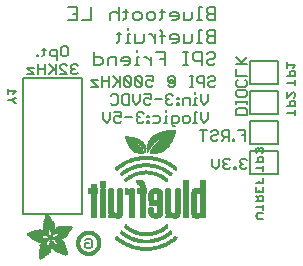
<source format=gbr>
G04 EAGLE Gerber RS-274X export*
G75*
%MOMM*%
%FSLAX34Y34*%
%LPD*%
%INSilkscreen Bottom*%
%IPPOS*%
%AMOC8*
5,1,8,0,0,1.08239X$1,22.5*%
G01*
%ADD10C,0.127000*%
%ADD11C,0.152400*%
%ADD12C,0.203200*%
%ADD13R,0.595000X0.017500*%
%ADD14R,0.945000X0.017500*%
%ADD15R,1.225000X0.017500*%
%ADD16R,1.435000X0.017500*%
%ADD17R,1.610000X0.017500*%
%ADD18R,1.750100X0.017500*%
%ADD19R,1.925000X0.017500*%
%ADD20R,2.065000X0.017500*%
%ADD21R,2.170000X0.017500*%
%ADD22R,2.310000X0.017500*%
%ADD23R,2.415000X0.017500*%
%ADD24R,2.520000X0.017500*%
%ADD25R,2.625000X0.017500*%
%ADD26R,2.730000X0.017500*%
%ADD27R,2.800000X0.017500*%
%ADD28R,1.155000X0.017500*%
%ADD29R,1.032500X0.017500*%
%ADD30R,1.050000X0.017500*%
%ADD31R,0.962500X0.017500*%
%ADD32R,0.892500X0.017500*%
%ADD33R,0.857500X0.017500*%
%ADD34R,0.822500X0.017500*%
%ADD35R,0.787500X0.017500*%
%ADD36R,0.752500X0.017500*%
%ADD37R,0.717500X0.017500*%
%ADD38R,0.700000X0.017500*%
%ADD39R,0.682500X0.017500*%
%ADD40R,0.665000X0.017500*%
%ADD41R,0.647500X0.017500*%
%ADD42R,0.630000X0.017500*%
%ADD43R,0.612500X0.017500*%
%ADD44R,0.577500X0.017500*%
%ADD45R,0.560000X0.017500*%
%ADD46R,0.542500X0.017500*%
%ADD47R,0.525000X0.017500*%
%ADD48R,0.507500X0.017500*%
%ADD49R,1.330000X0.017500*%
%ADD50R,1.505000X0.017500*%
%ADD51R,0.490000X0.017500*%
%ADD52R,1.645000X0.017500*%
%ADD53R,1.785000X0.017500*%
%ADD54R,1.890000X0.017500*%
%ADD55R,0.472500X0.017500*%
%ADD56R,2.030000X0.017500*%
%ADD57R,2.135000X0.017500*%
%ADD58R,2.240000X0.017500*%
%ADD59R,0.455000X0.017500*%
%ADD60R,2.590000X0.017500*%
%ADD61R,0.437500X0.017500*%
%ADD62R,1.015000X0.017500*%
%ADD63R,0.875000X0.017500*%
%ADD64R,0.420000X0.017500*%
%ADD65R,0.770000X0.017500*%
%ADD66R,0.735000X0.017500*%
%ADD67R,0.385000X0.017500*%
%ADD68R,0.367500X0.017500*%
%ADD69R,0.350000X0.017500*%
%ADD70R,0.315000X0.017500*%
%ADD71R,0.262500X0.017500*%
%ADD72R,0.210000X0.017500*%
%ADD73R,0.175000X0.017500*%
%ADD74R,0.140000X0.017500*%
%ADD75R,0.105000X0.017500*%
%ADD76R,1.085000X0.017500*%
%ADD77R,1.365000X0.017500*%
%ADD78R,1.855000X0.017500*%
%ADD79R,2.100000X0.017500*%
%ADD80R,2.205000X0.017500*%
%ADD81R,2.275000X0.017500*%
%ADD82R,1.102500X0.017500*%
%ADD83R,1.120000X0.017500*%
%ADD84R,0.910000X0.017500*%
%ADD85R,0.297500X0.017500*%
%ADD86R,0.227500X0.017500*%
%ADD87R,0.192500X0.017500*%
%ADD88R,0.157500X0.017500*%
%ADD89R,0.122500X0.017500*%
%ADD90R,0.087500X0.017500*%
%ADD91R,0.035000X0.017500*%
%ADD92R,0.402500X0.017500*%
%ADD93R,0.367600X0.017500*%
%ADD94R,0.420100X0.017500*%
%ADD95R,0.437600X0.017500*%
%ADD96R,1.102600X0.017500*%
%ADD97R,1.120100X0.017500*%
%ADD98R,1.137500X0.017500*%
%ADD99R,1.137600X0.017500*%
%ADD100R,0.927500X0.017500*%
%ADD101R,1.155100X0.017500*%
%ADD102R,1.172500X0.017500*%
%ADD103R,1.172600X0.017500*%
%ADD104R,0.997500X0.017500*%
%ADD105R,1.190000X0.017500*%
%ADD106R,1.190100X0.017500*%
%ADD107R,1.207500X0.017500*%
%ADD108R,1.067500X0.017500*%
%ADD109R,1.207600X0.017500*%
%ADD110R,1.225100X0.017500*%
%ADD111R,1.242500X0.017500*%
%ADD112R,1.242600X0.017500*%
%ADD113R,1.260100X0.017500*%
%ADD114R,1.260000X0.017500*%
%ADD115R,0.612600X0.017500*%
%ADD116R,0.560100X0.017500*%
%ADD117R,0.507600X0.017500*%
%ADD118R,0.490100X0.017500*%
%ADD119R,0.455100X0.017500*%
%ADD120R,0.472600X0.017500*%
%ADD121R,0.805000X0.017500*%
%ADD122R,0.525100X0.017500*%
%ADD123R,0.577600X0.017500*%
%ADD124R,0.524900X0.017500*%
%ADD125R,0.840000X0.017500*%
%ADD126R,0.332500X0.017500*%
%ADD127R,0.245000X0.017500*%
%ADD128R,0.017500X0.017500*%
%ADD129R,0.594900X0.017500*%
%ADD130R,1.960000X0.017500*%
%ADD131R,1.540000X0.017500*%
%ADD132R,1.400000X0.017500*%
%ADD133R,0.052500X0.017500*%
%ADD134R,0.280000X0.017500*%
%ADD135R,2.432500X0.017500*%
%ADD136R,2.345000X0.017500*%
%ADD137R,1.680000X0.017500*%
%ADD138R,0.980000X0.017500*%
%ADD139R,2.835000X0.017500*%
%ADD140R,0.070000X0.017500*%
%ADD141R,1.277500X0.017500*%
%ADD142R,1.224900X0.017500*%
%ADD143R,0.665100X0.017500*%
%ADD144R,1.697500X0.017500*%
%ADD145R,1.662500X0.017500*%
%ADD146R,1.627500X0.017500*%
%ADD147R,1.592500X0.017500*%
%ADD148R,1.557400X0.017500*%
%ADD149R,1.470000X0.017500*%
%ADD150R,1.312500X0.017500*%
%ADD151R,0.050800X0.006300*%
%ADD152R,0.082600X0.006400*%
%ADD153R,0.120600X0.006300*%
%ADD154R,0.139700X0.006400*%
%ADD155R,0.158800X0.006300*%
%ADD156R,0.177800X0.006400*%
%ADD157R,0.196800X0.006300*%
%ADD158R,0.215900X0.006400*%
%ADD159R,0.228600X0.006300*%
%ADD160R,0.241300X0.006400*%
%ADD161R,0.254000X0.006300*%
%ADD162R,0.266700X0.006400*%
%ADD163R,0.279400X0.006300*%
%ADD164R,0.285700X0.006400*%
%ADD165R,0.298400X0.006300*%
%ADD166R,0.311200X0.006400*%
%ADD167R,0.317500X0.006300*%
%ADD168R,0.330200X0.006400*%
%ADD169R,0.336600X0.006300*%
%ADD170R,0.349200X0.006400*%
%ADD171R,0.361900X0.006300*%
%ADD172R,0.368300X0.006400*%
%ADD173R,0.381000X0.006300*%
%ADD174R,0.387300X0.006400*%
%ADD175R,0.393700X0.006300*%
%ADD176R,0.406400X0.006400*%
%ADD177R,0.412700X0.006300*%
%ADD178R,0.419100X0.006400*%
%ADD179R,0.431800X0.006300*%
%ADD180R,0.438100X0.006400*%
%ADD181R,0.450800X0.006300*%
%ADD182R,0.457200X0.006400*%
%ADD183R,0.463500X0.006300*%
%ADD184R,0.476200X0.006400*%
%ADD185R,0.482600X0.006300*%
%ADD186R,0.488900X0.006400*%
%ADD187R,0.501600X0.006300*%
%ADD188R,0.508000X0.006400*%
%ADD189R,0.514300X0.006300*%
%ADD190R,0.527000X0.006400*%
%ADD191R,0.533400X0.006300*%
%ADD192R,0.546100X0.006400*%
%ADD193R,0.552400X0.006300*%
%ADD194R,0.558800X0.006400*%
%ADD195R,0.571500X0.006300*%
%ADD196R,0.577800X0.006400*%
%ADD197R,0.584200X0.006300*%
%ADD198R,0.596900X0.006400*%
%ADD199R,0.603200X0.006300*%
%ADD200R,0.609600X0.006400*%
%ADD201R,0.622300X0.006300*%
%ADD202R,0.628600X0.006400*%
%ADD203R,0.641300X0.006300*%
%ADD204R,0.647700X0.006400*%
%ADD205R,0.063500X0.006300*%
%ADD206R,0.654000X0.006300*%
%ADD207R,0.101600X0.006400*%
%ADD208R,0.666700X0.006400*%
%ADD209R,0.139700X0.006300*%
%ADD210R,0.673100X0.006300*%
%ADD211R,0.165100X0.006400*%
%ADD212R,0.679400X0.006400*%
%ADD213R,0.196900X0.006300*%
%ADD214R,0.692100X0.006300*%
%ADD215R,0.222200X0.006400*%
%ADD216R,0.698500X0.006400*%
%ADD217R,0.247700X0.006300*%
%ADD218R,0.704800X0.006300*%
%ADD219R,0.279400X0.006400*%
%ADD220R,0.717500X0.006400*%
%ADD221R,0.298500X0.006300*%
%ADD222R,0.723900X0.006300*%
%ADD223R,0.736600X0.006400*%
%ADD224R,0.342900X0.006300*%
%ADD225R,0.742900X0.006300*%
%ADD226R,0.374700X0.006400*%
%ADD227R,0.749300X0.006400*%
%ADD228R,0.762000X0.006300*%
%ADD229R,0.412700X0.006400*%
%ADD230R,0.768300X0.006400*%
%ADD231R,0.438100X0.006300*%
%ADD232R,0.774700X0.006300*%
%ADD233R,0.463600X0.006400*%
%ADD234R,0.787400X0.006400*%
%ADD235R,0.793700X0.006300*%
%ADD236R,0.495300X0.006400*%
%ADD237R,0.800100X0.006400*%
%ADD238R,0.520700X0.006300*%
%ADD239R,0.812800X0.006300*%
%ADD240R,0.533400X0.006400*%
%ADD241R,0.819100X0.006400*%
%ADD242R,0.558800X0.006300*%
%ADD243R,0.825500X0.006300*%
%ADD244R,0.577900X0.006400*%
%ADD245R,0.831800X0.006400*%
%ADD246R,0.596900X0.006300*%
%ADD247R,0.844500X0.006300*%
%ADD248R,0.616000X0.006400*%
%ADD249R,0.850900X0.006400*%
%ADD250R,0.635000X0.006300*%
%ADD251R,0.857200X0.006300*%
%ADD252R,0.654100X0.006400*%
%ADD253R,0.863600X0.006400*%
%ADD254R,0.666700X0.006300*%
%ADD255R,0.869900X0.006300*%
%ADD256R,0.685800X0.006400*%
%ADD257R,0.876300X0.006400*%
%ADD258R,0.882600X0.006300*%
%ADD259R,0.723900X0.006400*%
%ADD260R,0.889000X0.006400*%
%ADD261R,0.895300X0.006300*%
%ADD262R,0.755700X0.006400*%
%ADD263R,0.901700X0.006400*%
%ADD264R,0.908000X0.006300*%
%ADD265R,0.793800X0.006400*%
%ADD266R,0.914400X0.006400*%
%ADD267R,0.806400X0.006300*%
%ADD268R,0.920700X0.006300*%
%ADD269R,0.825500X0.006400*%
%ADD270R,0.927100X0.006400*%
%ADD271R,0.933400X0.006300*%
%ADD272R,0.857300X0.006400*%
%ADD273R,0.939800X0.006400*%
%ADD274R,0.870000X0.006300*%
%ADD275R,0.939800X0.006300*%
%ADD276R,0.946100X0.006400*%
%ADD277R,0.952500X0.006300*%
%ADD278R,0.908000X0.006400*%
%ADD279R,0.958800X0.006400*%
%ADD280R,0.965200X0.006300*%
%ADD281R,0.965200X0.006400*%
%ADD282R,0.971500X0.006300*%
%ADD283R,0.952500X0.006400*%
%ADD284R,0.977900X0.006400*%
%ADD285R,0.958800X0.006300*%
%ADD286R,0.984200X0.006300*%
%ADD287R,0.971500X0.006400*%
%ADD288R,0.984200X0.006400*%
%ADD289R,0.990600X0.006300*%
%ADD290R,0.984300X0.006400*%
%ADD291R,0.996900X0.006400*%
%ADD292R,0.997000X0.006300*%
%ADD293R,0.996900X0.006300*%
%ADD294R,1.003300X0.006400*%
%ADD295R,1.016000X0.006300*%
%ADD296R,1.009600X0.006300*%
%ADD297R,1.016000X0.006400*%
%ADD298R,1.009600X0.006400*%
%ADD299R,1.022300X0.006300*%
%ADD300R,1.028700X0.006400*%
%ADD301R,1.035100X0.006300*%
%ADD302R,1.047800X0.006400*%
%ADD303R,1.054100X0.006300*%
%ADD304R,1.028700X0.006300*%
%ADD305R,1.054100X0.006400*%
%ADD306R,1.035000X0.006400*%
%ADD307R,1.060400X0.006300*%
%ADD308R,1.035000X0.006300*%
%ADD309R,1.060500X0.006400*%
%ADD310R,1.041400X0.006400*%
%ADD311R,1.066800X0.006300*%
%ADD312R,1.041400X0.006300*%
%ADD313R,1.079500X0.006400*%
%ADD314R,1.047700X0.006400*%
%ADD315R,1.085900X0.006300*%
%ADD316R,1.047700X0.006300*%
%ADD317R,1.085800X0.006400*%
%ADD318R,1.092200X0.006300*%
%ADD319R,1.085900X0.006400*%
%ADD320R,1.098600X0.006300*%
%ADD321R,1.098600X0.006400*%
%ADD322R,1.060400X0.006400*%
%ADD323R,1.104900X0.006300*%
%ADD324R,1.104900X0.006400*%
%ADD325R,1.066800X0.006400*%
%ADD326R,1.111200X0.006300*%
%ADD327R,1.117600X0.006400*%
%ADD328R,1.117600X0.006300*%
%ADD329R,1.073100X0.006300*%
%ADD330R,1.073100X0.006400*%
%ADD331R,1.124000X0.006300*%
%ADD332R,1.079500X0.006300*%
%ADD333R,1.123900X0.006400*%
%ADD334R,1.130300X0.006300*%
%ADD335R,1.130300X0.006400*%
%ADD336R,1.136700X0.006400*%
%ADD337R,1.136700X0.006300*%
%ADD338R,1.085800X0.006300*%
%ADD339R,1.136600X0.006400*%
%ADD340R,1.136600X0.006300*%
%ADD341R,1.143000X0.006400*%
%ADD342R,1.143000X0.006300*%
%ADD343R,1.149400X0.006300*%
%ADD344R,1.149300X0.006300*%
%ADD345R,1.149300X0.006400*%
%ADD346R,1.149400X0.006400*%
%ADD347R,1.155700X0.006400*%
%ADD348R,1.155700X0.006300*%
%ADD349R,1.060500X0.006300*%
%ADD350R,2.197100X0.006400*%
%ADD351R,2.197100X0.006300*%
%ADD352R,2.184400X0.006300*%
%ADD353R,2.184400X0.006400*%
%ADD354R,2.171700X0.006400*%
%ADD355R,2.171700X0.006300*%
%ADD356R,1.530300X0.006400*%
%ADD357R,1.505000X0.006300*%
%ADD358R,1.492300X0.006400*%
%ADD359R,1.485900X0.006300*%
%ADD360R,0.565200X0.006300*%
%ADD361R,1.473200X0.006400*%
%ADD362R,0.565200X0.006400*%
%ADD363R,1.460500X0.006300*%
%ADD364R,1.454100X0.006400*%
%ADD365R,0.552400X0.006400*%
%ADD366R,1.441500X0.006300*%
%ADD367R,0.546100X0.006300*%
%ADD368R,1.435100X0.006400*%
%ADD369R,0.539800X0.006400*%
%ADD370R,1.428800X0.006300*%
%ADD371R,1.422400X0.006400*%
%ADD372R,1.409700X0.006300*%
%ADD373R,0.527100X0.006300*%
%ADD374R,1.403300X0.006400*%
%ADD375R,0.527100X0.006400*%
%ADD376R,1.390700X0.006300*%
%ADD377R,1.384300X0.006400*%
%ADD378R,0.520700X0.006400*%
%ADD379R,1.384300X0.006300*%
%ADD380R,0.514400X0.006300*%
%ADD381R,1.371600X0.006400*%
%ADD382R,1.365200X0.006300*%
%ADD383R,0.508000X0.006300*%
%ADD384R,1.352600X0.006400*%
%ADD385R,0.501700X0.006400*%
%ADD386R,0.711200X0.006300*%
%ADD387R,0.603300X0.006300*%
%ADD388R,0.501700X0.006300*%
%ADD389R,0.692100X0.006400*%
%ADD390R,0.571500X0.006400*%
%ADD391R,0.679400X0.006300*%
%ADD392R,0.495300X0.006300*%
%ADD393R,0.673100X0.006400*%
%ADD394R,0.666800X0.006300*%
%ADD395R,0.488900X0.006300*%
%ADD396R,0.660400X0.006400*%
%ADD397R,0.482600X0.006400*%
%ADD398R,0.476200X0.006300*%
%ADD399R,0.654000X0.006400*%
%ADD400R,0.469900X0.006400*%
%ADD401R,0.476300X0.006400*%
%ADD402R,0.647700X0.006300*%
%ADD403R,0.457200X0.006300*%
%ADD404R,0.469900X0.006300*%
%ADD405R,0.641300X0.006400*%
%ADD406R,0.444500X0.006400*%
%ADD407R,0.463600X0.006300*%
%ADD408R,0.635000X0.006400*%
%ADD409R,0.463500X0.006400*%
%ADD410R,0.393700X0.006400*%
%ADD411R,0.450800X0.006400*%
%ADD412R,0.628600X0.006300*%
%ADD413R,0.387400X0.006300*%
%ADD414R,0.450900X0.006300*%
%ADD415R,0.628700X0.006400*%
%ADD416R,0.374600X0.006400*%
%ADD417R,0.368300X0.006300*%
%ADD418R,0.438200X0.006300*%
%ADD419R,0.622300X0.006400*%
%ADD420R,0.355600X0.006400*%
%ADD421R,0.431800X0.006400*%
%ADD422R,0.349300X0.006300*%
%ADD423R,0.425400X0.006300*%
%ADD424R,0.615900X0.006300*%
%ADD425R,0.330200X0.006300*%
%ADD426R,0.419100X0.006300*%
%ADD427R,0.616000X0.006300*%
%ADD428R,0.311200X0.006300*%
%ADD429R,0.406400X0.006300*%
%ADD430R,0.615900X0.006400*%
%ADD431R,0.304800X0.006400*%
%ADD432R,0.158800X0.006400*%
%ADD433R,0.609600X0.006300*%
%ADD434R,0.292100X0.006300*%
%ADD435R,0.235000X0.006300*%
%ADD436R,0.387400X0.006400*%
%ADD437R,0.292100X0.006400*%
%ADD438R,0.336500X0.006300*%
%ADD439R,0.260400X0.006300*%
%ADD440R,0.603300X0.006400*%
%ADD441R,0.260400X0.006400*%
%ADD442R,0.362000X0.006400*%
%ADD443R,0.450900X0.006400*%
%ADD444R,0.355600X0.006300*%
%ADD445R,0.342900X0.006400*%
%ADD446R,0.514300X0.006400*%
%ADD447R,0.234900X0.006300*%
%ADD448R,0.539700X0.006300*%
%ADD449R,0.603200X0.006400*%
%ADD450R,0.234900X0.006400*%
%ADD451R,0.920700X0.006400*%
%ADD452R,0.958900X0.006400*%
%ADD453R,0.215900X0.006300*%
%ADD454R,0.209600X0.006400*%
%ADD455R,0.203200X0.006300*%
%ADD456R,1.003300X0.006300*%
%ADD457R,0.203200X0.006400*%
%ADD458R,0.196900X0.006400*%
%ADD459R,0.190500X0.006300*%
%ADD460R,0.190500X0.006400*%
%ADD461R,0.184200X0.006300*%
%ADD462R,0.590500X0.006400*%
%ADD463R,0.184200X0.006400*%
%ADD464R,0.590500X0.006300*%
%ADD465R,0.177800X0.006300*%
%ADD466R,0.584200X0.006400*%
%ADD467R,1.168400X0.006400*%
%ADD468R,0.171500X0.006300*%
%ADD469R,1.187500X0.006300*%
%ADD470R,1.200100X0.006400*%
%ADD471R,0.577800X0.006300*%
%ADD472R,1.212900X0.006300*%
%ADD473R,1.231900X0.006400*%
%ADD474R,1.250900X0.006300*%
%ADD475R,0.565100X0.006400*%
%ADD476R,0.184100X0.006400*%
%ADD477R,1.263700X0.006400*%
%ADD478R,0.565100X0.006300*%
%ADD479R,1.289100X0.006300*%
%ADD480R,1.314400X0.006400*%
%ADD481R,0.552500X0.006300*%
%ADD482R,1.568500X0.006300*%
%ADD483R,0.552500X0.006400*%
%ADD484R,1.581200X0.006400*%
%ADD485R,1.593800X0.006300*%
%ADD486R,1.606500X0.006400*%
%ADD487R,1.619300X0.006300*%
%ADD488R,0.514400X0.006400*%
%ADD489R,1.638300X0.006400*%
%ADD490R,1.657300X0.006300*%
%ADD491R,2.209800X0.006400*%
%ADD492R,2.425700X0.006300*%
%ADD493R,2.470100X0.006400*%
%ADD494R,2.501900X0.006300*%
%ADD495R,2.533700X0.006400*%
%ADD496R,2.559000X0.006300*%
%ADD497R,2.584500X0.006400*%
%ADD498R,2.609900X0.006300*%
%ADD499R,2.628900X0.006400*%
%ADD500R,2.660600X0.006300*%
%ADD501R,2.673400X0.006400*%
%ADD502R,1.422400X0.006300*%
%ADD503R,1.200200X0.006300*%
%ADD504R,1.365300X0.006300*%
%ADD505R,1.365300X0.006400*%
%ADD506R,1.352500X0.006300*%
%ADD507R,1.098500X0.006300*%
%ADD508R,1.358900X0.006400*%
%ADD509R,1.352600X0.006300*%
%ADD510R,1.358900X0.006300*%
%ADD511R,1.371600X0.006300*%
%ADD512R,1.377900X0.006400*%
%ADD513R,1.397000X0.006400*%
%ADD514R,1.403300X0.006300*%
%ADD515R,0.914400X0.006300*%
%ADD516R,0.876300X0.006300*%
%ADD517R,0.374600X0.006300*%
%ADD518R,1.073200X0.006400*%
%ADD519R,0.374700X0.006300*%
%ADD520R,0.844600X0.006400*%
%ADD521R,0.844600X0.006300*%
%ADD522R,0.831900X0.006400*%
%ADD523R,1.092200X0.006400*%
%ADD524R,0.400000X0.006300*%
%ADD525R,0.819200X0.006400*%
%ADD526R,1.111300X0.006400*%
%ADD527R,0.812800X0.006400*%
%ADD528R,0.800100X0.006300*%
%ADD529R,0.476300X0.006300*%
%ADD530R,1.181100X0.006300*%
%ADD531R,0.501600X0.006400*%
%ADD532R,1.193800X0.006400*%
%ADD533R,0.781000X0.006400*%
%ADD534R,1.238200X0.006400*%
%ADD535R,0.781100X0.006300*%
%ADD536R,1.257300X0.006300*%
%ADD537R,1.295400X0.006400*%
%ADD538R,1.333500X0.006300*%
%ADD539R,0.774700X0.006400*%
%ADD540R,1.866900X0.006400*%
%ADD541R,0.209600X0.006300*%
%ADD542R,1.866900X0.006300*%
%ADD543R,0.768400X0.006400*%
%ADD544R,0.209500X0.006400*%
%ADD545R,1.860600X0.006400*%
%ADD546R,0.762000X0.006400*%
%ADD547R,0.768400X0.006300*%
%ADD548R,1.860600X0.006300*%
%ADD549R,1.860500X0.006400*%
%ADD550R,0.222300X0.006300*%
%ADD551R,1.854200X0.006300*%
%ADD552R,0.235000X0.006400*%
%ADD553R,1.854200X0.006400*%
%ADD554R,0.768300X0.006300*%
%ADD555R,0.260300X0.006400*%
%ADD556R,1.847800X0.006400*%
%ADD557R,0.266700X0.006300*%
%ADD558R,1.847800X0.006300*%
%ADD559R,0.273100X0.006400*%
%ADD560R,1.841500X0.006400*%
%ADD561R,0.285800X0.006300*%
%ADD562R,1.841500X0.006300*%
%ADD563R,0.298500X0.006400*%
%ADD564R,1.835100X0.006400*%
%ADD565R,0.781000X0.006300*%
%ADD566R,0.304800X0.006300*%
%ADD567R,1.835100X0.006300*%
%ADD568R,0.317500X0.006400*%
%ADD569R,1.828800X0.006400*%
%ADD570R,0.787400X0.006300*%
%ADD571R,0.323800X0.006300*%
%ADD572R,1.828800X0.006300*%
%ADD573R,0.793700X0.006400*%
%ADD574R,1.822400X0.006400*%
%ADD575R,0.806500X0.006300*%
%ADD576R,1.822400X0.006300*%
%ADD577R,1.816100X0.006400*%
%ADD578R,0.819100X0.006300*%
%ADD579R,0.387300X0.006300*%
%ADD580R,1.816100X0.006300*%
%ADD581R,1.809800X0.006400*%
%ADD582R,1.803400X0.006300*%
%ADD583R,1.797000X0.006400*%
%ADD584R,0.901700X0.006300*%
%ADD585R,1.797000X0.006300*%
%ADD586R,1.441400X0.006400*%
%ADD587R,1.790700X0.006400*%
%ADD588R,1.447800X0.006300*%
%ADD589R,1.784300X0.006300*%
%ADD590R,1.447800X0.006400*%
%ADD591R,1.784300X0.006400*%
%ADD592R,1.454100X0.006300*%
%ADD593R,1.771700X0.006300*%
%ADD594R,1.460500X0.006400*%
%ADD595R,1.759000X0.006400*%
%ADD596R,1.466800X0.006300*%
%ADD597R,1.752600X0.006300*%
%ADD598R,1.466800X0.006400*%
%ADD599R,1.739900X0.006400*%
%ADD600R,1.473200X0.006300*%
%ADD601R,1.727200X0.006300*%
%ADD602R,1.479500X0.006400*%
%ADD603R,1.714500X0.006400*%
%ADD604R,1.695400X0.006300*%
%ADD605R,1.485900X0.006400*%
%ADD606R,1.682700X0.006400*%
%ADD607R,1.492200X0.006300*%
%ADD608R,1.663700X0.006300*%
%ADD609R,1.498600X0.006400*%
%ADD610R,1.644600X0.006400*%
%ADD611R,1.498600X0.006300*%
%ADD612R,1.619200X0.006300*%
%ADD613R,1.511300X0.006400*%
%ADD614R,1.600200X0.006400*%
%ADD615R,1.517700X0.006300*%
%ADD616R,1.574800X0.006300*%
%ADD617R,1.524000X0.006400*%
%ADD618R,1.555800X0.006400*%
%ADD619R,1.524000X0.006300*%
%ADD620R,1.536700X0.006300*%
%ADD621R,1.530400X0.006400*%
%ADD622R,1.517700X0.006400*%
%ADD623R,1.492300X0.006300*%
%ADD624R,1.549400X0.006400*%
%ADD625R,1.479600X0.006400*%
%ADD626R,1.549400X0.006300*%
%ADD627R,1.555700X0.006400*%
%ADD628R,1.562100X0.006300*%
%ADD629R,0.323900X0.006300*%
%ADD630R,1.568400X0.006400*%
%ADD631R,0.336600X0.006400*%
%ADD632R,1.587500X0.006300*%
%ADD633R,0.971600X0.006300*%
%ADD634R,0.349300X0.006400*%
%ADD635R,1.600200X0.006300*%
%ADD636R,0.920800X0.006300*%
%ADD637R,0.882700X0.006400*%
%ADD638R,1.612900X0.006300*%
%ADD639R,0.362000X0.006300*%
%ADD640R,1.625600X0.006400*%
%ADD641R,1.625600X0.006300*%
%ADD642R,1.644600X0.006300*%
%ADD643R,0.736600X0.006300*%
%ADD644R,0.717600X0.006400*%
%ADD645R,1.657400X0.006300*%
%ADD646R,0.679500X0.006300*%
%ADD647R,1.663700X0.006400*%
%ADD648R,0.400000X0.006400*%
%ADD649R,1.676400X0.006300*%
%ADD650R,1.676400X0.006400*%
%ADD651R,0.425500X0.006400*%
%ADD652R,1.352500X0.006400*%
%ADD653R,0.444500X0.006300*%
%ADD654R,0.361900X0.006400*%
%ADD655R,0.088900X0.006300*%
%ADD656R,1.009700X0.006300*%
%ADD657R,1.009700X0.006400*%
%ADD658R,1.022300X0.006400*%
%ADD659R,1.346200X0.006400*%
%ADD660R,1.346200X0.006300*%
%ADD661R,1.339900X0.006400*%
%ADD662R,1.035100X0.006400*%
%ADD663R,1.339800X0.006300*%
%ADD664R,1.333500X0.006400*%
%ADD665R,1.327200X0.006400*%
%ADD666R,1.320800X0.006300*%
%ADD667R,1.314500X0.006400*%
%ADD668R,1.314400X0.006300*%
%ADD669R,1.301700X0.006400*%
%ADD670R,1.295400X0.006300*%
%ADD671R,1.289000X0.006400*%
%ADD672R,1.276300X0.006300*%
%ADD673R,1.251000X0.006300*%
%ADD674R,1.244600X0.006400*%
%ADD675R,1.231900X0.006300*%
%ADD676R,1.212800X0.006400*%
%ADD677R,1.200100X0.006300*%
%ADD678R,1.187400X0.006400*%
%ADD679R,1.168400X0.006300*%
%ADD680R,1.047800X0.006300*%
%ADD681R,0.977900X0.006300*%
%ADD682R,0.946200X0.006400*%
%ADD683R,0.933400X0.006400*%
%ADD684R,0.895300X0.006400*%
%ADD685R,0.882700X0.006300*%
%ADD686R,0.863600X0.006300*%
%ADD687R,0.857200X0.006400*%
%ADD688R,0.850900X0.006300*%
%ADD689R,0.838200X0.006300*%
%ADD690R,0.806500X0.006400*%
%ADD691R,0.717600X0.006300*%
%ADD692R,0.711200X0.006400*%
%ADD693R,0.641400X0.006400*%
%ADD694R,0.641400X0.006300*%
%ADD695R,0.628700X0.006300*%
%ADD696R,0.590600X0.006300*%
%ADD697R,0.539700X0.006400*%
%ADD698R,0.285700X0.006300*%
%ADD699R,0.222200X0.006300*%
%ADD700R,0.171400X0.006300*%
%ADD701R,0.152400X0.006400*%
%ADD702R,0.133400X0.006300*%
%ADD703C,0.304800*%


D10*
X197280Y184367D02*
X198763Y182884D01*
X198763Y179918D01*
X197280Y178435D01*
X191348Y178435D01*
X189865Y179918D01*
X189865Y182884D01*
X191348Y184367D01*
X189865Y187790D02*
X198763Y187790D01*
X189865Y187790D02*
X189865Y193722D01*
X189865Y197145D02*
X198763Y197145D01*
X192831Y197145D02*
X198763Y203077D01*
X194314Y198628D02*
X189865Y203077D01*
X189865Y154305D02*
X198763Y154305D01*
X189865Y154305D02*
X189865Y158754D01*
X191348Y160237D01*
X197280Y160237D01*
X198763Y158754D01*
X198763Y154305D01*
X189865Y163660D02*
X189865Y166626D01*
X189865Y165143D02*
X198763Y165143D01*
X198763Y163660D02*
X198763Y166626D01*
X198763Y171380D02*
X198763Y174346D01*
X198763Y171380D02*
X197280Y169897D01*
X191348Y169897D01*
X189865Y171380D01*
X189865Y174346D01*
X191348Y175829D01*
X197280Y175829D01*
X198763Y174346D01*
X197485Y141613D02*
X197485Y132715D01*
X197485Y141613D02*
X191553Y141613D01*
X194519Y137164D02*
X197485Y137164D01*
X188130Y134198D02*
X188130Y132715D01*
X188130Y134198D02*
X186647Y134198D01*
X186647Y132715D01*
X188130Y132715D01*
X183452Y132715D02*
X183452Y141613D01*
X179003Y141613D01*
X177521Y140130D01*
X177521Y137164D01*
X179003Y135681D01*
X183452Y135681D01*
X180486Y135681D02*
X177521Y132715D01*
X169648Y141613D02*
X168165Y140130D01*
X169648Y141613D02*
X172614Y141613D01*
X174097Y140130D01*
X174097Y138647D01*
X172614Y137164D01*
X169648Y137164D01*
X168165Y135681D01*
X168165Y134198D01*
X169648Y132715D01*
X172614Y132715D01*
X174097Y134198D01*
X161776Y132715D02*
X161776Y141613D01*
X164742Y141613D02*
X158810Y141613D01*
X197272Y117483D02*
X198755Y116000D01*
X197272Y117483D02*
X194306Y117483D01*
X192823Y116000D01*
X192823Y114517D01*
X194306Y113034D01*
X195789Y113034D01*
X194306Y113034D02*
X192823Y111551D01*
X192823Y110068D01*
X194306Y108585D01*
X197272Y108585D01*
X198755Y110068D01*
X189400Y110068D02*
X189400Y108585D01*
X189400Y110068D02*
X187917Y110068D01*
X187917Y108585D01*
X189400Y108585D01*
X184722Y116000D02*
X183239Y117483D01*
X180273Y117483D01*
X178791Y116000D01*
X178791Y114517D01*
X180273Y113034D01*
X181756Y113034D01*
X180273Y113034D02*
X178791Y111551D01*
X178791Y110068D01*
X180273Y108585D01*
X183239Y108585D01*
X184722Y110068D01*
X175367Y111551D02*
X175367Y117483D01*
X175367Y111551D02*
X172401Y108585D01*
X169435Y111551D01*
X169435Y117483D01*
D11*
X45630Y212605D02*
X42749Y212605D01*
X45630Y212605D02*
X47070Y211165D01*
X47070Y205403D01*
X45630Y203962D01*
X42749Y203962D01*
X41308Y205403D01*
X41308Y211165D01*
X42749Y212605D01*
X37715Y209724D02*
X37715Y201081D01*
X37715Y209724D02*
X33394Y209724D01*
X31953Y208284D01*
X31953Y205403D01*
X33394Y203962D01*
X37715Y203962D01*
X26919Y205403D02*
X26919Y211165D01*
X26919Y205403D02*
X25479Y203962D01*
X25479Y209724D02*
X28360Y209724D01*
X22123Y205403D02*
X22123Y203962D01*
X22123Y205403D02*
X20683Y205403D01*
X20683Y203962D01*
X22123Y203962D01*
X54205Y197365D02*
X55646Y195925D01*
X54205Y197365D02*
X51324Y197365D01*
X49884Y195925D01*
X49884Y194484D01*
X51324Y193044D01*
X52765Y193044D01*
X51324Y193044D02*
X49884Y191603D01*
X49884Y190163D01*
X51324Y188722D01*
X54205Y188722D01*
X55646Y190163D01*
X46291Y188722D02*
X40529Y188722D01*
X46291Y188722D02*
X40529Y194484D01*
X40529Y195925D01*
X41969Y197365D01*
X44850Y197365D01*
X46291Y195925D01*
X36936Y197365D02*
X36936Y188722D01*
X36936Y191603D02*
X31173Y197365D01*
X35495Y193044D02*
X31173Y188722D01*
X27580Y188722D02*
X27580Y197365D01*
X27580Y193044D02*
X21818Y193044D01*
X21818Y197365D02*
X21818Y188722D01*
X18225Y194484D02*
X12463Y194484D01*
X18225Y188722D01*
X12463Y188722D01*
D10*
X165735Y172093D02*
X165735Y166161D01*
X162769Y163195D01*
X159803Y166161D01*
X159803Y172093D01*
X156380Y169127D02*
X154897Y169127D01*
X154897Y163195D01*
X156380Y163195D02*
X153414Y163195D01*
X154897Y172093D02*
X154897Y173576D01*
X150143Y169127D02*
X150143Y163195D01*
X150143Y169127D02*
X145694Y169127D01*
X144211Y167644D01*
X144211Y163195D01*
X140788Y169127D02*
X139305Y169127D01*
X139305Y167644D01*
X140788Y167644D01*
X140788Y169127D01*
X140788Y164678D02*
X139305Y164678D01*
X139305Y163195D01*
X140788Y163195D01*
X140788Y164678D01*
X136110Y170610D02*
X134627Y172093D01*
X131661Y172093D01*
X130179Y170610D01*
X130179Y169127D01*
X131661Y167644D01*
X133144Y167644D01*
X131661Y167644D02*
X130179Y166161D01*
X130179Y164678D01*
X131661Y163195D01*
X134627Y163195D01*
X136110Y164678D01*
X126755Y167644D02*
X120823Y167644D01*
X117400Y172093D02*
X111468Y172093D01*
X117400Y172093D02*
X117400Y167644D01*
X114434Y169127D01*
X112951Y169127D01*
X111468Y167644D01*
X111468Y164678D01*
X112951Y163195D01*
X115917Y163195D01*
X117400Y164678D01*
X108045Y166161D02*
X108045Y172093D01*
X108045Y166161D02*
X105079Y163195D01*
X102113Y166161D01*
X102113Y172093D01*
X98690Y172093D02*
X98690Y163195D01*
X94241Y163195D01*
X92758Y164678D01*
X92758Y170610D01*
X94241Y172093D01*
X98690Y172093D01*
X84886Y172093D02*
X83403Y170610D01*
X84886Y172093D02*
X87851Y172093D01*
X89334Y170610D01*
X89334Y164678D01*
X87851Y163195D01*
X84886Y163195D01*
X83403Y164678D01*
X165735Y156853D02*
X165735Y150921D01*
X162769Y147955D01*
X159803Y150921D01*
X159803Y156853D01*
X156380Y156853D02*
X154897Y156853D01*
X154897Y147955D01*
X156380Y147955D02*
X153414Y147955D01*
X148660Y147955D02*
X145694Y147955D01*
X144211Y149438D01*
X144211Y152404D01*
X145694Y153887D01*
X148660Y153887D01*
X150143Y152404D01*
X150143Y149438D01*
X148660Y147955D01*
X137822Y144989D02*
X136339Y144989D01*
X134856Y146472D01*
X134856Y153887D01*
X139305Y153887D01*
X140788Y152404D01*
X140788Y149438D01*
X139305Y147955D01*
X134856Y147955D01*
X131433Y153887D02*
X129950Y153887D01*
X129950Y147955D01*
X131433Y147955D02*
X128467Y147955D01*
X129950Y156853D02*
X129950Y158336D01*
X123713Y153887D02*
X119264Y153887D01*
X123713Y153887D02*
X125196Y152404D01*
X125196Y149438D01*
X123713Y147955D01*
X119264Y147955D01*
X115841Y153887D02*
X114358Y153887D01*
X114358Y152404D01*
X115841Y152404D01*
X115841Y153887D01*
X115841Y149438D02*
X114358Y149438D01*
X114358Y147955D01*
X115841Y147955D01*
X115841Y149438D01*
X111163Y155370D02*
X109680Y156853D01*
X106714Y156853D01*
X105231Y155370D01*
X105231Y153887D01*
X106714Y152404D01*
X108197Y152404D01*
X106714Y152404D02*
X105231Y150921D01*
X105231Y149438D01*
X106714Y147955D01*
X109680Y147955D01*
X111163Y149438D01*
X101808Y152404D02*
X95876Y152404D01*
X92453Y156853D02*
X86521Y156853D01*
X92453Y156853D02*
X92453Y152404D01*
X89487Y153887D01*
X88004Y153887D01*
X86521Y152404D01*
X86521Y149438D01*
X88004Y147955D01*
X90970Y147955D01*
X92453Y149438D01*
X83098Y150921D02*
X83098Y156853D01*
X83098Y150921D02*
X80132Y147955D01*
X77166Y150921D01*
X77166Y156853D01*
X166153Y185850D02*
X167636Y187333D01*
X170602Y187333D01*
X172085Y185850D01*
X172085Y184367D01*
X170602Y182884D01*
X167636Y182884D01*
X166153Y181401D01*
X166153Y179918D01*
X167636Y178435D01*
X170602Y178435D01*
X172085Y179918D01*
X162730Y178435D02*
X162730Y187333D01*
X158281Y187333D01*
X156798Y185850D01*
X156798Y182884D01*
X158281Y181401D01*
X162730Y181401D01*
X153375Y178435D02*
X150409Y178435D01*
X151892Y178435D02*
X151892Y187333D01*
X153375Y187333D02*
X150409Y187333D01*
X133334Y178435D02*
X131851Y179918D01*
X133334Y178435D02*
X136300Y178435D01*
X137783Y179918D01*
X137783Y185850D01*
X136300Y187333D01*
X133334Y187333D01*
X131851Y185850D01*
X131851Y182884D01*
X133334Y181401D01*
X136300Y181401D01*
X136300Y184367D01*
X133334Y184367D01*
X133334Y181401D01*
X119072Y187333D02*
X113141Y187333D01*
X119072Y187333D02*
X119072Y182884D01*
X116106Y184367D01*
X114624Y184367D01*
X113141Y182884D01*
X113141Y179918D01*
X114624Y178435D01*
X117589Y178435D01*
X119072Y179918D01*
X109717Y179918D02*
X109717Y185850D01*
X108234Y187333D01*
X105268Y187333D01*
X103785Y185850D01*
X103785Y179918D01*
X105268Y178435D01*
X108234Y178435D01*
X109717Y179918D01*
X103785Y185850D01*
X100362Y185850D02*
X100362Y179918D01*
X100362Y185850D02*
X98879Y187333D01*
X95913Y187333D01*
X94430Y185850D01*
X94430Y179918D01*
X95913Y178435D01*
X98879Y178435D01*
X100362Y179918D01*
X94430Y185850D01*
X91007Y187333D02*
X91007Y178435D01*
X91007Y181401D02*
X85075Y187333D01*
X89524Y182884D02*
X85075Y178435D01*
X81652Y178435D02*
X81652Y187333D01*
X81652Y182884D02*
X75720Y182884D01*
X75720Y187333D02*
X75720Y178435D01*
X72296Y184367D02*
X66365Y184367D01*
X72296Y178435D01*
X66365Y178435D01*
D11*
X171958Y234442D02*
X171958Y245628D01*
X166365Y245628D01*
X164501Y243763D01*
X164501Y241899D01*
X166365Y240035D01*
X164501Y238171D01*
X164501Y236306D01*
X166365Y234442D01*
X171958Y234442D01*
X171958Y240035D02*
X166365Y240035D01*
X160264Y245628D02*
X158400Y245628D01*
X158400Y234442D01*
X160264Y234442D02*
X156536Y234442D01*
X152468Y236306D02*
X152468Y241899D01*
X152468Y236306D02*
X150604Y234442D01*
X145011Y234442D01*
X145011Y241899D01*
X138910Y234442D02*
X135181Y234442D01*
X138910Y234442D02*
X140774Y236306D01*
X140774Y240035D01*
X138910Y241899D01*
X135181Y241899D01*
X133317Y240035D01*
X133317Y238171D01*
X140774Y238171D01*
X127216Y236306D02*
X127216Y243763D01*
X127216Y236306D02*
X125352Y234442D01*
X125352Y241899D02*
X129080Y241899D01*
X119420Y234442D02*
X115691Y234442D01*
X113827Y236306D01*
X113827Y240035D01*
X115691Y241899D01*
X119420Y241899D01*
X121284Y240035D01*
X121284Y236306D01*
X119420Y234442D01*
X107726Y234442D02*
X103997Y234442D01*
X102133Y236306D01*
X102133Y240035D01*
X103997Y241899D01*
X107726Y241899D01*
X109590Y240035D01*
X109590Y236306D01*
X107726Y234442D01*
X96032Y236306D02*
X96032Y243763D01*
X96032Y236306D02*
X94168Y234442D01*
X94168Y241899D02*
X97896Y241899D01*
X90100Y245628D02*
X90100Y234442D01*
X90100Y240035D02*
X88236Y241899D01*
X84508Y241899D01*
X82643Y240035D01*
X82643Y234442D01*
X66712Y234442D02*
X66712Y245628D01*
X66712Y234442D02*
X59255Y234442D01*
X55018Y245628D02*
X47561Y245628D01*
X55018Y245628D02*
X55018Y234442D01*
X47561Y234442D01*
X51290Y240035D02*
X55018Y240035D01*
X171958Y226578D02*
X171958Y215392D01*
X171958Y226578D02*
X166365Y226578D01*
X164501Y224713D01*
X164501Y222849D01*
X166365Y220985D01*
X164501Y219121D01*
X164501Y217256D01*
X166365Y215392D01*
X171958Y215392D01*
X171958Y220985D02*
X166365Y220985D01*
X160264Y226578D02*
X158400Y226578D01*
X158400Y215392D01*
X160264Y215392D02*
X156536Y215392D01*
X152468Y217256D02*
X152468Y222849D01*
X152468Y217256D02*
X150604Y215392D01*
X145011Y215392D01*
X145011Y222849D01*
X138910Y215392D02*
X135181Y215392D01*
X138910Y215392D02*
X140774Y217256D01*
X140774Y220985D01*
X138910Y222849D01*
X135181Y222849D01*
X133317Y220985D01*
X133317Y219121D01*
X140774Y219121D01*
X127216Y215392D02*
X127216Y224713D01*
X125352Y226578D01*
X125352Y220985D02*
X129080Y220985D01*
X121284Y222849D02*
X121284Y215392D01*
X121284Y219121D02*
X117556Y222849D01*
X115691Y222849D01*
X111539Y222849D02*
X111539Y217256D01*
X109675Y215392D01*
X104082Y215392D01*
X104082Y222849D01*
X99845Y222849D02*
X97981Y222849D01*
X97981Y215392D01*
X99845Y215392D02*
X96117Y215392D01*
X97981Y226578D02*
X97981Y228442D01*
X90185Y224713D02*
X90185Y217256D01*
X88321Y215392D01*
X88321Y222849D02*
X92049Y222849D01*
X164501Y205663D02*
X166365Y207528D01*
X170094Y207528D01*
X171958Y205663D01*
X171958Y203799D01*
X170094Y201935D01*
X166365Y201935D01*
X164501Y200071D01*
X164501Y198206D01*
X166365Y196342D01*
X170094Y196342D01*
X171958Y198206D01*
X160264Y196342D02*
X160264Y207528D01*
X154671Y207528D01*
X152807Y205663D01*
X152807Y201935D01*
X154671Y200071D01*
X160264Y200071D01*
X148570Y196342D02*
X144842Y196342D01*
X146706Y196342D02*
X146706Y207528D01*
X148570Y207528D02*
X144842Y207528D01*
X129080Y207528D02*
X129080Y196342D01*
X129080Y207528D02*
X121623Y207528D01*
X125352Y201935D02*
X129080Y201935D01*
X117386Y203799D02*
X117386Y196342D01*
X117386Y200071D02*
X113658Y203799D01*
X111793Y203799D01*
X107641Y203799D02*
X105777Y203799D01*
X105777Y196342D01*
X107641Y196342D02*
X103913Y196342D01*
X105777Y207528D02*
X105777Y209392D01*
X97981Y196342D02*
X94252Y196342D01*
X97981Y196342D02*
X99845Y198206D01*
X99845Y201935D01*
X97981Y203799D01*
X94252Y203799D01*
X92388Y201935D01*
X92388Y200071D01*
X99845Y200071D01*
X88151Y203799D02*
X88151Y196342D01*
X88151Y203799D02*
X82559Y203799D01*
X80694Y201935D01*
X80694Y196342D01*
X69000Y196342D02*
X69000Y207528D01*
X69000Y196342D02*
X74593Y196342D01*
X76457Y198206D01*
X76457Y201935D01*
X74593Y203799D01*
X69000Y203799D01*
D10*
X225360Y200000D02*
X225360Y181000D01*
X225360Y200000D02*
X201360Y200000D01*
X201360Y181000D01*
X225360Y181000D01*
D11*
X232918Y181809D02*
X239528Y181809D01*
X239528Y179606D02*
X239528Y184012D01*
X239528Y187090D02*
X232918Y187090D01*
X239528Y187090D02*
X239528Y190395D01*
X238426Y191496D01*
X236223Y191496D01*
X235121Y190395D01*
X235121Y187090D01*
X237324Y194574D02*
X239528Y196777D01*
X232918Y196777D01*
X232918Y194574D02*
X232918Y198981D01*
D10*
X225360Y174600D02*
X225360Y155600D01*
X225360Y174600D02*
X201360Y174600D01*
X201360Y155600D01*
X225360Y155600D01*
D11*
X232918Y156409D02*
X239528Y156409D01*
X239528Y154206D02*
X239528Y158612D01*
X239528Y161690D02*
X232918Y161690D01*
X239528Y161690D02*
X239528Y164995D01*
X238426Y166096D01*
X236223Y166096D01*
X235121Y164995D01*
X235121Y161690D01*
X232918Y169174D02*
X232918Y173581D01*
X237324Y173581D02*
X232918Y169174D01*
X237324Y173581D02*
X238426Y173581D01*
X239528Y172479D01*
X239528Y170276D01*
X238426Y169174D01*
D12*
X59290Y185490D02*
X59290Y70490D01*
X9290Y70490D01*
X9290Y185490D01*
X59290Y185490D01*
D11*
X3134Y164784D02*
X2032Y164784D01*
X-171Y166987D01*
X2032Y169190D01*
X3134Y169190D01*
X-171Y166987D02*
X-3476Y166987D01*
X930Y172268D02*
X3134Y174471D01*
X-3476Y174471D01*
X-3476Y172268D02*
X-3476Y176674D01*
D10*
X201360Y149200D02*
X201360Y130200D01*
X225360Y130200D01*
X225360Y149200D01*
X201360Y149200D01*
D11*
X205994Y109213D02*
X212604Y109213D01*
X212604Y107010D02*
X212604Y111416D01*
X212604Y114494D02*
X205994Y114494D01*
X212604Y114494D02*
X212604Y117799D01*
X211502Y118900D01*
X209299Y118900D01*
X208197Y117799D01*
X208197Y114494D01*
X211502Y121978D02*
X212604Y123079D01*
X212604Y125283D01*
X211502Y126384D01*
X210400Y126384D01*
X209299Y125283D01*
X209299Y124181D01*
X209299Y125283D02*
X208197Y126384D01*
X207096Y126384D01*
X205994Y125283D01*
X205994Y123079D01*
X207096Y121978D01*
D10*
X201360Y123800D02*
X201360Y104800D01*
X225360Y104800D01*
X225360Y123800D01*
X201360Y123800D01*
D11*
X208197Y66641D02*
X212604Y66641D01*
X208197Y66641D02*
X205994Y68844D01*
X208197Y71048D01*
X212604Y71048D01*
X212604Y76329D02*
X205994Y76329D01*
X212604Y74125D02*
X212604Y78532D01*
X212604Y81610D02*
X205994Y81610D01*
X212604Y81610D02*
X212604Y84914D01*
X211502Y86016D01*
X209299Y86016D01*
X208197Y84914D01*
X208197Y81610D01*
X208197Y83813D02*
X205994Y86016D01*
X212604Y89094D02*
X212604Y93500D01*
X212604Y89094D02*
X205994Y89094D01*
X205994Y93500D01*
X209299Y91297D02*
X209299Y89094D01*
X205994Y96578D02*
X212604Y96578D01*
X212604Y100984D01*
X209299Y98781D02*
X209299Y96578D01*
D13*
X113517Y39370D03*
D14*
X113517Y39545D03*
D15*
X113517Y39720D03*
D16*
X113517Y39895D03*
D17*
X113517Y40070D03*
D18*
X113518Y40245D03*
D19*
X113517Y40420D03*
D20*
X113517Y40595D03*
D21*
X113517Y40770D03*
D22*
X113517Y40945D03*
D23*
X113517Y41120D03*
D24*
X113517Y41295D03*
D25*
X113517Y41470D03*
D26*
X113517Y41645D03*
D27*
X113517Y41820D03*
D28*
X122267Y41995D03*
X104767Y41995D03*
D29*
X123230Y42170D03*
D30*
X103717Y42170D03*
D31*
X124105Y42345D03*
X102930Y42345D03*
D32*
X124805Y42520D03*
X102230Y42520D03*
D33*
X125505Y42695D03*
X101530Y42695D03*
D34*
X126030Y42870D03*
X101005Y42870D03*
D35*
X126555Y43045D03*
X100480Y43045D03*
D36*
X127080Y43220D03*
X99955Y43220D03*
D37*
X127605Y43395D03*
X99430Y43395D03*
D38*
X128042Y43570D03*
X98992Y43570D03*
D39*
X128480Y43745D03*
X98555Y43745D03*
D40*
X128917Y43920D03*
X98117Y43920D03*
D41*
X129355Y44095D03*
X97680Y44095D03*
D42*
X129792Y44270D03*
X97242Y44270D03*
D43*
X130055Y44445D03*
X96980Y44445D03*
D13*
X130492Y44620D03*
X96542Y44620D03*
X130842Y44795D03*
X96192Y44795D03*
D44*
X131105Y44970D03*
X95930Y44970D03*
D45*
X131542Y45145D03*
X95492Y45145D03*
X131892Y45320D03*
X95142Y45320D03*
D46*
X132155Y45495D03*
X94880Y45495D03*
X132505Y45670D03*
D42*
X113517Y45670D03*
D46*
X94530Y45670D03*
D47*
X132767Y45845D03*
D14*
X113517Y45845D03*
D47*
X94267Y45845D03*
X133117Y46020D03*
D28*
X113517Y46020D03*
D47*
X93917Y46020D03*
D48*
X133380Y46195D03*
D49*
X113517Y46195D03*
D48*
X93655Y46195D03*
X133730Y46370D03*
D50*
X113517Y46370D03*
D48*
X93305Y46370D03*
D51*
X133992Y46545D03*
D52*
X113517Y46545D03*
D51*
X93042Y46545D03*
D48*
X134255Y46720D03*
D53*
X113517Y46720D03*
D48*
X92780Y46720D03*
D51*
X134517Y46895D03*
D54*
X113517Y46895D03*
D51*
X92517Y46895D03*
D55*
X134780Y47070D03*
D56*
X113517Y47070D03*
D55*
X92255Y47070D03*
D51*
X135042Y47245D03*
D57*
X113517Y47245D03*
D55*
X91905Y47245D03*
X135305Y47420D03*
D58*
X113517Y47420D03*
D55*
X91730Y47420D03*
D59*
X135567Y47595D03*
D22*
X113517Y47595D03*
D59*
X91467Y47595D03*
D55*
X135830Y47770D03*
D23*
X113517Y47770D03*
D55*
X91205Y47770D03*
D59*
X136092Y47945D03*
D24*
X113517Y47945D03*
D59*
X90942Y47945D03*
X136267Y48120D03*
D60*
X113517Y48120D03*
D59*
X90767Y48120D03*
D61*
X136530Y48295D03*
D62*
X121742Y48295D03*
X105292Y48295D03*
D61*
X90505Y48295D03*
D59*
X136792Y48470D03*
D14*
X122617Y48470D03*
X104417Y48470D03*
D59*
X90242Y48470D03*
D61*
X137055Y48645D03*
D63*
X123317Y48645D03*
X103717Y48645D03*
D61*
X89980Y48645D03*
X137230Y48820D03*
D34*
X123930Y48820D03*
X103105Y48820D03*
D61*
X89805Y48820D03*
D64*
X137492Y48995D03*
D65*
X124542Y48995D03*
X102492Y48995D03*
D64*
X89542Y48995D03*
X137667Y49170D03*
D66*
X125067Y49170D03*
X101967Y49170D03*
D64*
X89367Y49170D03*
X137842Y49345D03*
D37*
X125505Y49345D03*
X101530Y49345D03*
D64*
X89192Y49345D03*
D67*
X138017Y49520D03*
D39*
X126030Y49520D03*
X101005Y49520D03*
D67*
X89017Y49520D03*
D68*
X138105Y49695D03*
D40*
X126467Y49695D03*
X100567Y49695D03*
D68*
X88930Y49695D03*
D69*
X138192Y49870D03*
D42*
X126817Y49870D03*
X100217Y49870D03*
D69*
X88842Y49870D03*
D70*
X138192Y50045D03*
D43*
X127255Y50045D03*
X99780Y50045D03*
D70*
X88842Y50045D03*
D71*
X138280Y50220D03*
D43*
X127605Y50220D03*
X99430Y50220D03*
D71*
X88755Y50220D03*
D72*
X138192Y50395D03*
D13*
X128042Y50395D03*
X98992Y50395D03*
D72*
X88842Y50395D03*
D73*
X138192Y50570D03*
D44*
X128305Y50570D03*
X98730Y50570D03*
D73*
X88842Y50570D03*
D74*
X138192Y50745D03*
D45*
X128742Y50745D03*
X98292Y50745D03*
D74*
X88842Y50745D03*
D75*
X138192Y50920D03*
D46*
X129005Y50920D03*
X98030Y50920D03*
D75*
X88842Y50920D03*
D46*
X129355Y51095D03*
X97680Y51095D03*
D47*
X129617Y51270D03*
X97417Y51270D03*
X129967Y51445D03*
X97067Y51445D03*
D48*
X130230Y51620D03*
X96805Y51620D03*
X130580Y51795D03*
D42*
X113517Y51795D03*
D48*
X96455Y51795D03*
D51*
X130842Y51970D03*
D63*
X113517Y51970D03*
D51*
X96192Y51970D03*
D55*
X131105Y52145D03*
D76*
X113517Y52145D03*
D55*
X95930Y52145D03*
D51*
X131367Y52320D03*
D15*
X113517Y52320D03*
D51*
X95667Y52320D03*
D55*
X131630Y52495D03*
D77*
X113517Y52495D03*
D55*
X95405Y52495D03*
D59*
X131892Y52670D03*
D50*
X113517Y52670D03*
D59*
X95142Y52670D03*
D55*
X132155Y52845D03*
D17*
X113517Y52845D03*
D55*
X94880Y52845D03*
D59*
X132417Y53020D03*
D18*
X113518Y53020D03*
D59*
X94617Y53020D03*
X132592Y53195D03*
D78*
X113517Y53195D03*
D59*
X94442Y53195D03*
D61*
X132855Y53370D03*
D19*
X113517Y53370D03*
D61*
X94180Y53370D03*
X133030Y53545D03*
D56*
X113517Y53545D03*
D61*
X94005Y53545D03*
D64*
X133292Y53720D03*
D79*
X113517Y53720D03*
D61*
X93655Y53720D03*
D64*
X133467Y53895D03*
D80*
X113517Y53895D03*
D64*
X93567Y53895D03*
D67*
X133642Y54070D03*
D81*
X113517Y54070D03*
D67*
X93392Y54070D03*
D68*
X133730Y54245D03*
D82*
X119730Y54245D03*
D83*
X107392Y54245D03*
D68*
X93305Y54245D03*
D69*
X133817Y54420D03*
D84*
X121042Y54420D03*
X105992Y54420D03*
D69*
X93217Y54420D03*
D85*
X133905Y54595D03*
D34*
X121830Y54595D03*
X105205Y54595D03*
D85*
X93130Y54595D03*
D71*
X133905Y54770D03*
D65*
X122442Y54770D03*
X104592Y54770D03*
D71*
X93130Y54770D03*
D86*
X133905Y54945D03*
D66*
X122967Y54945D03*
X104067Y54945D03*
D86*
X93130Y54945D03*
D87*
X133905Y55120D03*
D38*
X123492Y55120D03*
X103542Y55120D03*
D87*
X93130Y55120D03*
D88*
X134080Y55295D03*
D40*
X124017Y55295D03*
X103017Y55295D03*
D88*
X92955Y55295D03*
D89*
X134080Y55470D03*
D42*
X124367Y55470D03*
X102667Y55470D03*
D89*
X92955Y55470D03*
D90*
X134080Y55645D03*
D43*
X124805Y55645D03*
X102230Y55645D03*
D90*
X92955Y55645D03*
D91*
X134167Y55820D03*
D13*
X125067Y55820D03*
D43*
X101880Y55820D03*
D91*
X92867Y55820D03*
D44*
X125505Y55995D03*
X101530Y55995D03*
X125855Y56170D03*
X101180Y56170D03*
D46*
X126205Y56345D03*
X100830Y56345D03*
X126555Y56520D03*
X100480Y56520D03*
D47*
X126817Y56695D03*
X100217Y56695D03*
D48*
X127080Y56870D03*
X99955Y56870D03*
X127430Y57045D03*
X99605Y57045D03*
D51*
X127692Y57220D03*
X99342Y57220D03*
D55*
X127955Y57395D03*
X99080Y57395D03*
X128305Y57570D03*
X98730Y57570D03*
X128480Y57745D03*
X98555Y57745D03*
D59*
X128742Y57920D03*
X98292Y57920D03*
D61*
X129005Y58095D03*
X98030Y58095D03*
X129180Y58270D03*
X97855Y58270D03*
X129530Y58445D03*
X97505Y58445D03*
X129705Y58620D03*
X97330Y58620D03*
D64*
X129792Y58795D03*
X97067Y58795D03*
D92*
X130055Y58970D03*
X96980Y58970D03*
D67*
X130142Y59145D03*
X96892Y59145D03*
D69*
X130317Y59320D03*
X96717Y59320D03*
D70*
X130317Y59495D03*
X96717Y59495D03*
D85*
X130405Y59670D03*
X96630Y59670D03*
D71*
X130405Y59845D03*
X96630Y59845D03*
D86*
X130580Y60020D03*
X96455Y60020D03*
D87*
X130580Y60195D03*
X96455Y60195D03*
D88*
X130580Y60370D03*
D73*
X96367Y60370D03*
D74*
X130667Y60545D03*
X96367Y60545D03*
D75*
X130667Y60720D03*
X96367Y60720D03*
D90*
X130755Y60895D03*
X96280Y60895D03*
D71*
X156130Y66670D03*
X137930Y66670D03*
D92*
X121480Y66670D03*
D71*
X89280Y66670D03*
D67*
X161817Y66845D03*
D92*
X156130Y66845D03*
D67*
X146942Y66845D03*
D92*
X137930Y66845D03*
D67*
X132067Y66845D03*
D46*
X121480Y66845D03*
D67*
X110367Y66845D03*
X101617Y66845D03*
D92*
X89280Y66845D03*
D67*
X83417Y66845D03*
D93*
X76855Y66845D03*
D68*
X69155Y66845D03*
D94*
X161818Y67020D03*
D55*
X156130Y67020D03*
D64*
X146942Y67020D03*
D51*
X137842Y67020D03*
D64*
X132067Y67020D03*
D41*
X121480Y67020D03*
D64*
X110367Y67020D03*
X101617Y67020D03*
D51*
X89192Y67020D03*
D64*
X83417Y67020D03*
D61*
X76855Y67020D03*
D64*
X69242Y67020D03*
D95*
X161730Y67195D03*
D46*
X156130Y67195D03*
D61*
X146855Y67195D03*
D45*
X137842Y67195D03*
D61*
X132155Y67195D03*
D37*
X121480Y67195D03*
D61*
X110455Y67195D03*
X101530Y67195D03*
D45*
X89192Y67195D03*
D61*
X83505Y67195D03*
X76855Y67195D03*
X69155Y67195D03*
D95*
X161730Y67370D03*
D13*
X156217Y67370D03*
D61*
X146855Y67370D03*
D42*
X137842Y67370D03*
D61*
X132155Y67370D03*
D35*
X121480Y67370D03*
D59*
X110367Y67370D03*
D61*
X101530Y67370D03*
D42*
X89192Y67370D03*
D61*
X83505Y67370D03*
X76855Y67370D03*
X69155Y67370D03*
D96*
X158405Y67545D03*
D61*
X146855Y67545D03*
D40*
X137842Y67545D03*
D61*
X132155Y67545D03*
D34*
X121480Y67545D03*
D59*
X110367Y67545D03*
D61*
X101530Y67545D03*
D40*
X89192Y67545D03*
D61*
X83505Y67545D03*
X76855Y67545D03*
X69155Y67545D03*
D97*
X158318Y67720D03*
D61*
X146855Y67720D03*
D98*
X135655Y67720D03*
D32*
X121480Y67720D03*
D59*
X110367Y67720D03*
D61*
X101530Y67720D03*
D98*
X87005Y67720D03*
D61*
X76855Y67720D03*
X69155Y67720D03*
D99*
X158230Y67895D03*
D61*
X146855Y67895D03*
D28*
X135742Y67895D03*
D100*
X121480Y67895D03*
D59*
X110367Y67895D03*
D61*
X101530Y67895D03*
D28*
X87092Y67895D03*
D61*
X76855Y67895D03*
X69155Y67895D03*
D101*
X158143Y68070D03*
D61*
X146855Y68070D03*
D102*
X135830Y68070D03*
D31*
X121480Y68070D03*
D59*
X110367Y68070D03*
D61*
X101530Y68070D03*
D102*
X87180Y68070D03*
D61*
X76855Y68070D03*
X69155Y68070D03*
D103*
X158055Y68245D03*
D61*
X146855Y68245D03*
D102*
X135830Y68245D03*
D104*
X121480Y68245D03*
D59*
X110367Y68245D03*
D61*
X101530Y68245D03*
D102*
X87180Y68245D03*
D61*
X76855Y68245D03*
X69155Y68245D03*
D103*
X158055Y68420D03*
D61*
X146855Y68420D03*
D105*
X135917Y68420D03*
D29*
X121480Y68420D03*
D59*
X110367Y68420D03*
D61*
X101530Y68420D03*
D105*
X87267Y68420D03*
D61*
X76855Y68420D03*
X69155Y68420D03*
D106*
X157968Y68595D03*
D61*
X146855Y68595D03*
D105*
X135917Y68595D03*
D29*
X121480Y68595D03*
D59*
X110367Y68595D03*
D61*
X101530Y68595D03*
D105*
X87267Y68595D03*
D61*
X76855Y68595D03*
X69155Y68595D03*
D106*
X157968Y68770D03*
D61*
X146855Y68770D03*
D107*
X136005Y68770D03*
D108*
X121480Y68770D03*
D59*
X110367Y68770D03*
D61*
X101530Y68770D03*
D107*
X87355Y68770D03*
D61*
X76855Y68770D03*
X69155Y68770D03*
D109*
X157880Y68945D03*
D61*
X146855Y68945D03*
D107*
X136005Y68945D03*
D82*
X121480Y68945D03*
D59*
X110367Y68945D03*
D61*
X101530Y68945D03*
D107*
X87355Y68945D03*
D61*
X76855Y68945D03*
X69155Y68945D03*
D109*
X157880Y69120D03*
D61*
X146855Y69120D03*
D15*
X136092Y69120D03*
D82*
X121480Y69120D03*
D59*
X110367Y69120D03*
D61*
X101530Y69120D03*
D15*
X87442Y69120D03*
D61*
X76855Y69120D03*
X69155Y69120D03*
D110*
X157793Y69295D03*
D61*
X146855Y69295D03*
D15*
X136092Y69295D03*
D98*
X121480Y69295D03*
D59*
X110367Y69295D03*
D61*
X101530Y69295D03*
D15*
X87442Y69295D03*
D61*
X76855Y69295D03*
X69155Y69295D03*
D110*
X157793Y69470D03*
D61*
X146855Y69470D03*
D15*
X136092Y69470D03*
D98*
X121480Y69470D03*
D59*
X110367Y69470D03*
D61*
X101530Y69470D03*
D15*
X87442Y69470D03*
D61*
X76855Y69470D03*
X69155Y69470D03*
D110*
X157793Y69645D03*
D61*
X146855Y69645D03*
D111*
X136180Y69645D03*
D102*
X121480Y69645D03*
D59*
X110367Y69645D03*
D61*
X101530Y69645D03*
D111*
X87530Y69645D03*
D61*
X76855Y69645D03*
X69155Y69645D03*
D112*
X157705Y69820D03*
D61*
X146855Y69820D03*
D111*
X136180Y69820D03*
D102*
X121480Y69820D03*
D59*
X110367Y69820D03*
D61*
X101530Y69820D03*
D111*
X87530Y69820D03*
D61*
X76855Y69820D03*
X69155Y69820D03*
D112*
X157705Y69995D03*
D61*
X146855Y69995D03*
D111*
X136180Y69995D03*
D102*
X121480Y69995D03*
D59*
X110367Y69995D03*
D61*
X101530Y69995D03*
D111*
X87530Y69995D03*
D61*
X76855Y69995D03*
X69155Y69995D03*
D112*
X157705Y70170D03*
D61*
X146855Y70170D03*
D111*
X136180Y70170D03*
D105*
X121392Y70170D03*
D59*
X110367Y70170D03*
D61*
X101530Y70170D03*
D111*
X87530Y70170D03*
D61*
X76855Y70170D03*
X69155Y70170D03*
D112*
X157705Y70345D03*
D61*
X146855Y70345D03*
D111*
X136180Y70345D03*
D107*
X121480Y70345D03*
D59*
X110367Y70345D03*
D61*
X101530Y70345D03*
D111*
X87530Y70345D03*
D61*
X76855Y70345D03*
X69155Y70345D03*
D113*
X157618Y70520D03*
D61*
X146855Y70520D03*
D111*
X136180Y70520D03*
D107*
X121480Y70520D03*
D59*
X110367Y70520D03*
D61*
X101530Y70520D03*
D111*
X87530Y70520D03*
D61*
X76855Y70520D03*
X69155Y70520D03*
D113*
X157618Y70695D03*
D61*
X146855Y70695D03*
D114*
X136267Y70695D03*
D107*
X121480Y70695D03*
D59*
X110367Y70695D03*
D61*
X101530Y70695D03*
D114*
X87617Y70695D03*
D61*
X76855Y70695D03*
X69155Y70695D03*
D115*
X160855Y70870D03*
D48*
X153855Y70870D03*
D61*
X146855Y70870D03*
D48*
X140030Y70870D03*
D43*
X133030Y70870D03*
D48*
X124980Y70870D03*
D51*
X117892Y70870D03*
D59*
X110367Y70870D03*
D61*
X101530Y70870D03*
D48*
X91380Y70870D03*
D43*
X84380Y70870D03*
D61*
X76855Y70870D03*
X69155Y70870D03*
D116*
X161118Y71045D03*
D51*
X153767Y71045D03*
D61*
X146855Y71045D03*
D55*
X140205Y71045D03*
D45*
X132767Y71045D03*
D51*
X125242Y71045D03*
D55*
X117630Y71045D03*
D59*
X110367Y71045D03*
D61*
X101530Y71045D03*
D55*
X91555Y71045D03*
D45*
X84117Y71045D03*
D61*
X76855Y71045D03*
X69155Y71045D03*
D117*
X161380Y71220D03*
D55*
X153680Y71220D03*
D61*
X146855Y71220D03*
D55*
X140205Y71220D03*
D47*
X132592Y71220D03*
D55*
X125330Y71220D03*
D59*
X117542Y71220D03*
X110367Y71220D03*
D61*
X101530Y71220D03*
D55*
X91555Y71220D03*
D47*
X83942Y71220D03*
D61*
X76855Y71220D03*
X69155Y71220D03*
D118*
X161468Y71395D03*
D59*
X153592Y71395D03*
D61*
X146855Y71395D03*
D59*
X140292Y71395D03*
D51*
X132417Y71395D03*
D59*
X125417Y71395D03*
X117542Y71395D03*
X110367Y71395D03*
D61*
X101530Y71395D03*
D59*
X91642Y71395D03*
D51*
X83767Y71395D03*
D61*
X76855Y71395D03*
X69155Y71395D03*
D119*
X161643Y71570D03*
D59*
X153592Y71570D03*
D61*
X146855Y71570D03*
D59*
X140292Y71570D03*
X132242Y71570D03*
X125417Y71570D03*
D61*
X117455Y71570D03*
D59*
X110367Y71570D03*
D61*
X101530Y71570D03*
D59*
X91642Y71570D03*
X83592Y71570D03*
D61*
X76855Y71570D03*
X69155Y71570D03*
D95*
X161730Y71745D03*
D61*
X153505Y71745D03*
X146855Y71745D03*
D59*
X140292Y71745D03*
D61*
X132155Y71745D03*
D59*
X125417Y71745D03*
D61*
X117455Y71745D03*
D59*
X110367Y71745D03*
D61*
X101530Y71745D03*
D59*
X91642Y71745D03*
D61*
X83505Y71745D03*
X76855Y71745D03*
X69155Y71745D03*
D95*
X161730Y71920D03*
D61*
X153505Y71920D03*
X146855Y71920D03*
D59*
X140292Y71920D03*
D61*
X132155Y71920D03*
X125505Y71920D03*
X117455Y71920D03*
D59*
X110367Y71920D03*
D61*
X101530Y71920D03*
D59*
X91642Y71920D03*
D61*
X83505Y71920D03*
X76855Y71920D03*
X69155Y71920D03*
D95*
X161730Y72095D03*
D61*
X153505Y72095D03*
X146855Y72095D03*
D59*
X140292Y72095D03*
D61*
X132155Y72095D03*
X125505Y72095D03*
X117455Y72095D03*
D59*
X110367Y72095D03*
D61*
X101530Y72095D03*
D59*
X91642Y72095D03*
D61*
X83505Y72095D03*
X76855Y72095D03*
X69155Y72095D03*
D95*
X161730Y72270D03*
D61*
X153505Y72270D03*
X146855Y72270D03*
D59*
X140292Y72270D03*
D61*
X132155Y72270D03*
X125505Y72270D03*
X117455Y72270D03*
D59*
X110367Y72270D03*
D61*
X101530Y72270D03*
D59*
X91642Y72270D03*
D61*
X83505Y72270D03*
X76855Y72270D03*
X69155Y72270D03*
D95*
X161730Y72445D03*
D61*
X153505Y72445D03*
X146855Y72445D03*
D59*
X140292Y72445D03*
D61*
X132155Y72445D03*
X125505Y72445D03*
X117455Y72445D03*
D59*
X110367Y72445D03*
D61*
X101530Y72445D03*
D59*
X91642Y72445D03*
D61*
X83505Y72445D03*
X76855Y72445D03*
X69155Y72445D03*
D95*
X161730Y72620D03*
D61*
X153505Y72620D03*
X146855Y72620D03*
D59*
X140292Y72620D03*
D61*
X132155Y72620D03*
X125505Y72620D03*
X117455Y72620D03*
D59*
X110367Y72620D03*
D61*
X101530Y72620D03*
D59*
X91642Y72620D03*
D61*
X83505Y72620D03*
X76855Y72620D03*
X69155Y72620D03*
D95*
X161730Y72795D03*
D61*
X153505Y72795D03*
X146855Y72795D03*
D59*
X140292Y72795D03*
D61*
X132155Y72795D03*
X125505Y72795D03*
X117455Y72795D03*
D59*
X110367Y72795D03*
D61*
X101530Y72795D03*
D59*
X91642Y72795D03*
D61*
X83505Y72795D03*
X76855Y72795D03*
X69155Y72795D03*
D95*
X161730Y72970D03*
D61*
X153505Y72970D03*
X146855Y72970D03*
D59*
X140292Y72970D03*
D61*
X132155Y72970D03*
X125505Y72970D03*
X117455Y72970D03*
D59*
X110367Y72970D03*
D61*
X101530Y72970D03*
D59*
X91642Y72970D03*
D61*
X83505Y72970D03*
X76855Y72970D03*
X69155Y72970D03*
D95*
X161730Y73145D03*
D61*
X153505Y73145D03*
X146855Y73145D03*
D59*
X140292Y73145D03*
D61*
X132155Y73145D03*
X125505Y73145D03*
X117455Y73145D03*
D59*
X110367Y73145D03*
D61*
X101530Y73145D03*
D59*
X91642Y73145D03*
D61*
X83505Y73145D03*
X76855Y73145D03*
X69155Y73145D03*
D95*
X161730Y73320D03*
D61*
X153505Y73320D03*
X146855Y73320D03*
D59*
X140292Y73320D03*
D61*
X132155Y73320D03*
X125505Y73320D03*
X117455Y73320D03*
D59*
X110367Y73320D03*
D61*
X101530Y73320D03*
D59*
X91642Y73320D03*
D61*
X83505Y73320D03*
X76855Y73320D03*
X69155Y73320D03*
D95*
X161730Y73495D03*
D61*
X153505Y73495D03*
X146855Y73495D03*
D59*
X140292Y73495D03*
D61*
X132155Y73495D03*
X125505Y73495D03*
X117455Y73495D03*
D59*
X110367Y73495D03*
D61*
X101530Y73495D03*
D59*
X91642Y73495D03*
D61*
X83505Y73495D03*
X76855Y73495D03*
X69155Y73495D03*
D95*
X161730Y73670D03*
D61*
X153505Y73670D03*
X146855Y73670D03*
D59*
X140292Y73670D03*
D61*
X132155Y73670D03*
X125505Y73670D03*
X117455Y73670D03*
D59*
X110367Y73670D03*
D61*
X101530Y73670D03*
D59*
X91642Y73670D03*
D61*
X83505Y73670D03*
X76855Y73670D03*
X69155Y73670D03*
D95*
X161730Y73845D03*
D61*
X153505Y73845D03*
X146855Y73845D03*
D59*
X140292Y73845D03*
D61*
X132155Y73845D03*
X125505Y73845D03*
X117455Y73845D03*
D59*
X110367Y73845D03*
D61*
X101530Y73845D03*
D59*
X91642Y73845D03*
D61*
X83505Y73845D03*
X76855Y73845D03*
X69155Y73845D03*
D95*
X161730Y74020D03*
D61*
X153505Y74020D03*
X146855Y74020D03*
D59*
X140292Y74020D03*
D61*
X132155Y74020D03*
X125505Y74020D03*
X117455Y74020D03*
D59*
X110367Y74020D03*
D61*
X101530Y74020D03*
D59*
X91642Y74020D03*
D61*
X83505Y74020D03*
X76855Y74020D03*
X69155Y74020D03*
D95*
X161730Y74195D03*
D61*
X153505Y74195D03*
X146855Y74195D03*
D59*
X140292Y74195D03*
D61*
X132155Y74195D03*
X125505Y74195D03*
X117455Y74195D03*
D59*
X110367Y74195D03*
D61*
X101530Y74195D03*
D59*
X91642Y74195D03*
D61*
X83505Y74195D03*
X76855Y74195D03*
X69155Y74195D03*
D95*
X161730Y74370D03*
D61*
X153505Y74370D03*
X146855Y74370D03*
D59*
X140292Y74370D03*
D61*
X132155Y74370D03*
X125505Y74370D03*
X117455Y74370D03*
D59*
X110367Y74370D03*
D61*
X101530Y74370D03*
D59*
X91642Y74370D03*
D61*
X83505Y74370D03*
X76855Y74370D03*
X69155Y74370D03*
D95*
X161730Y74545D03*
D61*
X153505Y74545D03*
X146855Y74545D03*
D59*
X140292Y74545D03*
D61*
X132155Y74545D03*
X125505Y74545D03*
X117455Y74545D03*
D59*
X110367Y74545D03*
D61*
X101530Y74545D03*
D59*
X91642Y74545D03*
D61*
X83505Y74545D03*
X76855Y74545D03*
X69155Y74545D03*
D95*
X161730Y74720D03*
D61*
X153505Y74720D03*
X146855Y74720D03*
D59*
X140292Y74720D03*
D61*
X132155Y74720D03*
X125505Y74720D03*
X117455Y74720D03*
D59*
X110367Y74720D03*
D61*
X101530Y74720D03*
D59*
X91642Y74720D03*
D61*
X83505Y74720D03*
X76855Y74720D03*
X69155Y74720D03*
D95*
X161730Y74895D03*
D61*
X153505Y74895D03*
X146855Y74895D03*
D59*
X140292Y74895D03*
D61*
X132155Y74895D03*
X125505Y74895D03*
X117455Y74895D03*
D59*
X110367Y74895D03*
D61*
X101530Y74895D03*
D59*
X91642Y74895D03*
D61*
X83505Y74895D03*
X76855Y74895D03*
X69155Y74895D03*
D95*
X161730Y75070D03*
D61*
X153505Y75070D03*
X146855Y75070D03*
D59*
X140292Y75070D03*
D61*
X132155Y75070D03*
X125505Y75070D03*
X117455Y75070D03*
D59*
X110367Y75070D03*
D61*
X101530Y75070D03*
D59*
X91642Y75070D03*
D61*
X83505Y75070D03*
X76855Y75070D03*
X69155Y75070D03*
D95*
X161730Y75245D03*
D61*
X153505Y75245D03*
X146855Y75245D03*
D59*
X140292Y75245D03*
D61*
X132155Y75245D03*
X125505Y75245D03*
D64*
X117367Y75245D03*
D59*
X110367Y75245D03*
D61*
X101530Y75245D03*
D59*
X91642Y75245D03*
D61*
X83505Y75245D03*
X76855Y75245D03*
X69155Y75245D03*
D95*
X161730Y75420D03*
D61*
X153505Y75420D03*
X146855Y75420D03*
D59*
X140292Y75420D03*
D61*
X132155Y75420D03*
X125505Y75420D03*
D92*
X117455Y75420D03*
D59*
X110367Y75420D03*
D61*
X101530Y75420D03*
D59*
X91642Y75420D03*
D61*
X83505Y75420D03*
X76855Y75420D03*
X69155Y75420D03*
D95*
X161730Y75595D03*
D61*
X153505Y75595D03*
X146855Y75595D03*
D59*
X140292Y75595D03*
D61*
X132155Y75595D03*
X125505Y75595D03*
D59*
X110367Y75595D03*
D61*
X101530Y75595D03*
D59*
X91642Y75595D03*
D61*
X83505Y75595D03*
X76855Y75595D03*
X69155Y75595D03*
D95*
X161730Y75770D03*
D61*
X153505Y75770D03*
X146855Y75770D03*
D59*
X140292Y75770D03*
D61*
X132155Y75770D03*
X125505Y75770D03*
D59*
X110367Y75770D03*
D61*
X101530Y75770D03*
D59*
X91642Y75770D03*
D61*
X83505Y75770D03*
X76855Y75770D03*
X69155Y75770D03*
D95*
X161730Y75945D03*
D61*
X153505Y75945D03*
X146855Y75945D03*
D59*
X140292Y75945D03*
D61*
X132155Y75945D03*
X125505Y75945D03*
D59*
X110367Y75945D03*
D61*
X101530Y75945D03*
D59*
X91642Y75945D03*
D61*
X83505Y75945D03*
X76855Y75945D03*
X69155Y75945D03*
D95*
X161730Y76120D03*
D61*
X153505Y76120D03*
X146855Y76120D03*
D59*
X140292Y76120D03*
D61*
X132155Y76120D03*
X125505Y76120D03*
D59*
X110367Y76120D03*
D61*
X101530Y76120D03*
D59*
X91642Y76120D03*
D61*
X83505Y76120D03*
X76855Y76120D03*
X69155Y76120D03*
D95*
X161730Y76295D03*
D61*
X153505Y76295D03*
X146855Y76295D03*
D59*
X140292Y76295D03*
D61*
X132155Y76295D03*
X125505Y76295D03*
D59*
X110367Y76295D03*
D61*
X101530Y76295D03*
D59*
X91642Y76295D03*
D61*
X83505Y76295D03*
X76855Y76295D03*
X69155Y76295D03*
D95*
X161730Y76470D03*
D61*
X153505Y76470D03*
X146855Y76470D03*
D59*
X140292Y76470D03*
D61*
X132155Y76470D03*
X125505Y76470D03*
D59*
X110367Y76470D03*
D61*
X101530Y76470D03*
D59*
X91642Y76470D03*
D61*
X83505Y76470D03*
X76855Y76470D03*
X69155Y76470D03*
D95*
X161730Y76645D03*
D61*
X153505Y76645D03*
X146855Y76645D03*
D59*
X140292Y76645D03*
D61*
X132155Y76645D03*
X125505Y76645D03*
D59*
X110367Y76645D03*
D61*
X101530Y76645D03*
D59*
X91642Y76645D03*
D61*
X83505Y76645D03*
X76855Y76645D03*
X69155Y76645D03*
D95*
X161730Y76820D03*
D61*
X153505Y76820D03*
X146855Y76820D03*
D59*
X140292Y76820D03*
D61*
X132155Y76820D03*
X125505Y76820D03*
D59*
X110367Y76820D03*
D61*
X101530Y76820D03*
D59*
X91642Y76820D03*
D61*
X83505Y76820D03*
X76855Y76820D03*
X69155Y76820D03*
D95*
X161730Y76995D03*
D61*
X153505Y76995D03*
X146855Y76995D03*
D59*
X140292Y76995D03*
D61*
X132155Y76995D03*
X125505Y76995D03*
D59*
X110367Y76995D03*
D61*
X101530Y76995D03*
D59*
X91642Y76995D03*
D61*
X83505Y76995D03*
X76855Y76995D03*
X69155Y76995D03*
D95*
X161730Y77170D03*
D61*
X153505Y77170D03*
X146855Y77170D03*
D59*
X140292Y77170D03*
D61*
X132155Y77170D03*
X125505Y77170D03*
D59*
X110367Y77170D03*
D61*
X101530Y77170D03*
D59*
X91642Y77170D03*
D61*
X83505Y77170D03*
X76855Y77170D03*
X69155Y77170D03*
D95*
X161730Y77345D03*
D61*
X153505Y77345D03*
X146855Y77345D03*
D59*
X140292Y77345D03*
D61*
X132155Y77345D03*
X125505Y77345D03*
D59*
X110367Y77345D03*
D61*
X101530Y77345D03*
D59*
X91642Y77345D03*
D61*
X83505Y77345D03*
X76855Y77345D03*
X69155Y77345D03*
D95*
X161730Y77520D03*
D61*
X153505Y77520D03*
X146855Y77520D03*
D59*
X140292Y77520D03*
D61*
X132155Y77520D03*
D15*
X121567Y77520D03*
D59*
X110367Y77520D03*
D61*
X101530Y77520D03*
D59*
X91642Y77520D03*
D61*
X83505Y77520D03*
X76855Y77520D03*
X69155Y77520D03*
D95*
X161730Y77695D03*
D61*
X153505Y77695D03*
X146855Y77695D03*
D59*
X140292Y77695D03*
D61*
X132155Y77695D03*
D111*
X121480Y77695D03*
D59*
X110367Y77695D03*
D61*
X101530Y77695D03*
D59*
X91642Y77695D03*
D61*
X83505Y77695D03*
X76855Y77695D03*
X69155Y77695D03*
D95*
X161730Y77870D03*
D61*
X153505Y77870D03*
X146855Y77870D03*
D59*
X140292Y77870D03*
D61*
X132155Y77870D03*
D111*
X121480Y77870D03*
D59*
X110367Y77870D03*
D61*
X101530Y77870D03*
D59*
X91642Y77870D03*
D61*
X83505Y77870D03*
X76855Y77870D03*
X69155Y77870D03*
D95*
X161730Y78045D03*
D61*
X153505Y78045D03*
X146855Y78045D03*
D59*
X140292Y78045D03*
D61*
X132155Y78045D03*
D111*
X121480Y78045D03*
D59*
X110367Y78045D03*
D61*
X101530Y78045D03*
D59*
X91642Y78045D03*
D61*
X83505Y78045D03*
X76855Y78045D03*
X69155Y78045D03*
D95*
X161730Y78220D03*
D61*
X153505Y78220D03*
X146855Y78220D03*
D59*
X140292Y78220D03*
D61*
X132155Y78220D03*
D111*
X121480Y78220D03*
D59*
X110367Y78220D03*
D61*
X101530Y78220D03*
D59*
X91642Y78220D03*
D61*
X83505Y78220D03*
X76855Y78220D03*
X69155Y78220D03*
D95*
X161730Y78395D03*
D61*
X153505Y78395D03*
X146855Y78395D03*
D59*
X140292Y78395D03*
D61*
X132155Y78395D03*
D111*
X121480Y78395D03*
D59*
X110367Y78395D03*
D61*
X101530Y78395D03*
D59*
X91642Y78395D03*
D61*
X83505Y78395D03*
X76855Y78395D03*
X69155Y78395D03*
D95*
X161730Y78570D03*
D61*
X153505Y78570D03*
X146855Y78570D03*
D59*
X140292Y78570D03*
D61*
X132155Y78570D03*
D111*
X121480Y78570D03*
D59*
X110367Y78570D03*
D61*
X101530Y78570D03*
D59*
X91642Y78570D03*
D61*
X83505Y78570D03*
X76855Y78570D03*
X69155Y78570D03*
D95*
X161730Y78745D03*
D61*
X153505Y78745D03*
X146855Y78745D03*
D59*
X140292Y78745D03*
D61*
X132155Y78745D03*
D111*
X121480Y78745D03*
D59*
X110367Y78745D03*
D61*
X101530Y78745D03*
D59*
X91642Y78745D03*
D61*
X83505Y78745D03*
X76855Y78745D03*
X69155Y78745D03*
D95*
X161730Y78920D03*
D61*
X153505Y78920D03*
X146855Y78920D03*
D59*
X140292Y78920D03*
D61*
X132155Y78920D03*
D111*
X121480Y78920D03*
D59*
X110367Y78920D03*
D61*
X101530Y78920D03*
D59*
X91642Y78920D03*
D61*
X83505Y78920D03*
X76855Y78920D03*
X69155Y78920D03*
D95*
X161730Y79095D03*
D61*
X153505Y79095D03*
X146855Y79095D03*
D59*
X140292Y79095D03*
D61*
X132155Y79095D03*
D111*
X121480Y79095D03*
D59*
X110367Y79095D03*
D61*
X101530Y79095D03*
D59*
X91642Y79095D03*
D61*
X83505Y79095D03*
X76855Y79095D03*
X69155Y79095D03*
D95*
X161730Y79270D03*
D61*
X153505Y79270D03*
X146855Y79270D03*
D59*
X140292Y79270D03*
D61*
X132155Y79270D03*
D111*
X121480Y79270D03*
D59*
X110367Y79270D03*
D61*
X101530Y79270D03*
D59*
X91642Y79270D03*
D61*
X83505Y79270D03*
X76855Y79270D03*
X69155Y79270D03*
D95*
X161730Y79445D03*
D61*
X153505Y79445D03*
X146855Y79445D03*
D59*
X140292Y79445D03*
D61*
X132155Y79445D03*
D111*
X121480Y79445D03*
D59*
X110367Y79445D03*
D61*
X101530Y79445D03*
D59*
X91642Y79445D03*
D61*
X83505Y79445D03*
X76855Y79445D03*
X69155Y79445D03*
D95*
X161730Y79620D03*
D61*
X153505Y79620D03*
X146855Y79620D03*
D59*
X140292Y79620D03*
D61*
X132155Y79620D03*
D111*
X121480Y79620D03*
D59*
X110367Y79620D03*
D61*
X101530Y79620D03*
D59*
X91642Y79620D03*
D61*
X83505Y79620D03*
X76855Y79620D03*
X69155Y79620D03*
D95*
X161730Y79795D03*
D61*
X153505Y79795D03*
X146855Y79795D03*
D59*
X140292Y79795D03*
D61*
X132155Y79795D03*
D111*
X121480Y79795D03*
D59*
X110367Y79795D03*
D61*
X101530Y79795D03*
D59*
X91642Y79795D03*
D61*
X83505Y79795D03*
X76855Y79795D03*
X69155Y79795D03*
D95*
X161730Y79970D03*
D61*
X153505Y79970D03*
X146855Y79970D03*
D59*
X140292Y79970D03*
D61*
X132155Y79970D03*
D111*
X121480Y79970D03*
D59*
X110367Y79970D03*
D61*
X101530Y79970D03*
D59*
X91642Y79970D03*
D61*
X83505Y79970D03*
X76855Y79970D03*
X69155Y79970D03*
D95*
X161730Y80145D03*
D61*
X153505Y80145D03*
X146855Y80145D03*
D59*
X140292Y80145D03*
D61*
X132155Y80145D03*
D111*
X121480Y80145D03*
D59*
X110367Y80145D03*
D61*
X101530Y80145D03*
D59*
X91642Y80145D03*
D61*
X83505Y80145D03*
X76855Y80145D03*
X69155Y80145D03*
D95*
X161730Y80320D03*
D61*
X153505Y80320D03*
X146855Y80320D03*
D59*
X140292Y80320D03*
D61*
X132155Y80320D03*
D111*
X121480Y80320D03*
D59*
X110367Y80320D03*
D61*
X101530Y80320D03*
D59*
X91642Y80320D03*
D61*
X83505Y80320D03*
X76855Y80320D03*
X69155Y80320D03*
D95*
X161730Y80495D03*
D61*
X153505Y80495D03*
X146855Y80495D03*
D59*
X140292Y80495D03*
D61*
X132155Y80495D03*
D111*
X121480Y80495D03*
D59*
X110367Y80495D03*
D61*
X101530Y80495D03*
D59*
X91642Y80495D03*
D61*
X83505Y80495D03*
X76855Y80495D03*
X69155Y80495D03*
D95*
X161730Y80670D03*
D61*
X153505Y80670D03*
X146855Y80670D03*
D59*
X140292Y80670D03*
D61*
X132155Y80670D03*
D111*
X121480Y80670D03*
D59*
X110367Y80670D03*
D61*
X101530Y80670D03*
D59*
X91642Y80670D03*
D61*
X83505Y80670D03*
X76855Y80670D03*
X69155Y80670D03*
D95*
X161730Y80845D03*
D61*
X153505Y80845D03*
X146855Y80845D03*
D59*
X140292Y80845D03*
D61*
X132155Y80845D03*
D111*
X121480Y80845D03*
D59*
X110367Y80845D03*
D61*
X101530Y80845D03*
D59*
X91642Y80845D03*
D61*
X83505Y80845D03*
X76855Y80845D03*
X69155Y80845D03*
D95*
X161730Y81020D03*
D61*
X153505Y81020D03*
X146855Y81020D03*
D59*
X140292Y81020D03*
D61*
X132155Y81020D03*
D111*
X121480Y81020D03*
D59*
X110367Y81020D03*
D61*
X101530Y81020D03*
D59*
X91642Y81020D03*
D61*
X83505Y81020D03*
X76855Y81020D03*
X69155Y81020D03*
D95*
X161730Y81195D03*
D61*
X153505Y81195D03*
X146855Y81195D03*
D59*
X140292Y81195D03*
D61*
X132155Y81195D03*
D111*
X121480Y81195D03*
D59*
X110367Y81195D03*
D61*
X101530Y81195D03*
D59*
X91642Y81195D03*
D61*
X83505Y81195D03*
X76855Y81195D03*
X69155Y81195D03*
D95*
X161730Y81370D03*
D61*
X153505Y81370D03*
X146855Y81370D03*
D59*
X140292Y81370D03*
D61*
X132155Y81370D03*
D111*
X121480Y81370D03*
D59*
X110367Y81370D03*
D61*
X101530Y81370D03*
D59*
X91642Y81370D03*
D61*
X83505Y81370D03*
X76855Y81370D03*
X69155Y81370D03*
D95*
X161730Y81545D03*
D61*
X153505Y81545D03*
X146855Y81545D03*
D59*
X140292Y81545D03*
D61*
X132155Y81545D03*
D111*
X121480Y81545D03*
D59*
X110367Y81545D03*
D61*
X101530Y81545D03*
D59*
X91642Y81545D03*
D61*
X83505Y81545D03*
X76855Y81545D03*
X69155Y81545D03*
D95*
X161730Y81720D03*
D61*
X153505Y81720D03*
X146855Y81720D03*
D59*
X140292Y81720D03*
D61*
X132155Y81720D03*
X125505Y81720D03*
X117455Y81720D03*
D59*
X110367Y81720D03*
D61*
X101530Y81720D03*
D59*
X91642Y81720D03*
D61*
X83505Y81720D03*
X76855Y81720D03*
X69155Y81720D03*
D95*
X161730Y81895D03*
D61*
X153505Y81895D03*
X146855Y81895D03*
D59*
X140292Y81895D03*
D61*
X132155Y81895D03*
X125505Y81895D03*
X117455Y81895D03*
D59*
X110367Y81895D03*
D61*
X101530Y81895D03*
D59*
X91642Y81895D03*
D61*
X83505Y81895D03*
X76855Y81895D03*
X69155Y81895D03*
D95*
X161730Y82070D03*
D61*
X153505Y82070D03*
X146855Y82070D03*
D59*
X140292Y82070D03*
D61*
X132155Y82070D03*
X125505Y82070D03*
X117455Y82070D03*
D59*
X110367Y82070D03*
D61*
X101530Y82070D03*
D59*
X91642Y82070D03*
D61*
X83505Y82070D03*
X76855Y82070D03*
X69155Y82070D03*
D95*
X161730Y82245D03*
D61*
X153505Y82245D03*
X146855Y82245D03*
D59*
X140292Y82245D03*
D61*
X132155Y82245D03*
X125505Y82245D03*
X117455Y82245D03*
D59*
X110367Y82245D03*
D61*
X101530Y82245D03*
D59*
X91642Y82245D03*
D61*
X83505Y82245D03*
X76855Y82245D03*
X69155Y82245D03*
D95*
X161730Y82420D03*
D61*
X153505Y82420D03*
X146855Y82420D03*
D59*
X140292Y82420D03*
D61*
X132155Y82420D03*
X125505Y82420D03*
X117455Y82420D03*
D59*
X110367Y82420D03*
D61*
X101530Y82420D03*
D59*
X91642Y82420D03*
D61*
X83505Y82420D03*
X76855Y82420D03*
X69155Y82420D03*
D95*
X161730Y82595D03*
D61*
X153505Y82595D03*
X146855Y82595D03*
D59*
X140292Y82595D03*
D61*
X132155Y82595D03*
X125505Y82595D03*
X117455Y82595D03*
D59*
X110367Y82595D03*
D61*
X101530Y82595D03*
D59*
X91642Y82595D03*
D61*
X83505Y82595D03*
X76855Y82595D03*
X69155Y82595D03*
D95*
X161730Y82770D03*
D61*
X153505Y82770D03*
X146855Y82770D03*
D59*
X140292Y82770D03*
D61*
X132155Y82770D03*
X125505Y82770D03*
X117455Y82770D03*
D59*
X110367Y82770D03*
D61*
X101530Y82770D03*
D59*
X91642Y82770D03*
D61*
X83505Y82770D03*
X76855Y82770D03*
X69155Y82770D03*
D95*
X161730Y82945D03*
D61*
X153505Y82945D03*
X146855Y82945D03*
D59*
X140292Y82945D03*
D61*
X132155Y82945D03*
X125505Y82945D03*
X117455Y82945D03*
D59*
X110367Y82945D03*
D61*
X101530Y82945D03*
D59*
X91642Y82945D03*
D61*
X83505Y82945D03*
X76855Y82945D03*
X69155Y82945D03*
D95*
X161730Y83120D03*
D61*
X153505Y83120D03*
X146855Y83120D03*
D59*
X140292Y83120D03*
D61*
X132155Y83120D03*
X125505Y83120D03*
X117455Y83120D03*
D59*
X110367Y83120D03*
D61*
X101530Y83120D03*
D59*
X91642Y83120D03*
D61*
X83505Y83120D03*
X76855Y83120D03*
X69155Y83120D03*
D95*
X161730Y83295D03*
D61*
X153505Y83295D03*
X146855Y83295D03*
D59*
X140292Y83295D03*
D61*
X132155Y83295D03*
X125505Y83295D03*
X117455Y83295D03*
D59*
X110367Y83295D03*
D61*
X101530Y83295D03*
D59*
X91642Y83295D03*
D61*
X83505Y83295D03*
X76855Y83295D03*
X69155Y83295D03*
D95*
X161730Y83470D03*
D61*
X153505Y83470D03*
X146855Y83470D03*
D59*
X140292Y83470D03*
D61*
X132155Y83470D03*
X125505Y83470D03*
X117455Y83470D03*
D59*
X110367Y83470D03*
D61*
X101530Y83470D03*
D59*
X91642Y83470D03*
D61*
X83505Y83470D03*
X76855Y83470D03*
X69155Y83470D03*
D95*
X161730Y83645D03*
D61*
X153505Y83645D03*
X146855Y83645D03*
D59*
X140292Y83645D03*
D61*
X132155Y83645D03*
X125505Y83645D03*
X117455Y83645D03*
D59*
X110367Y83645D03*
D61*
X101530Y83645D03*
D59*
X91642Y83645D03*
D61*
X83505Y83645D03*
X76855Y83645D03*
X69155Y83645D03*
D95*
X161730Y83820D03*
D61*
X153505Y83820D03*
X146855Y83820D03*
D59*
X140292Y83820D03*
D61*
X132155Y83820D03*
X125505Y83820D03*
X117455Y83820D03*
D59*
X110367Y83820D03*
D61*
X101530Y83820D03*
D59*
X91642Y83820D03*
D61*
X83505Y83820D03*
X76855Y83820D03*
X69155Y83820D03*
D95*
X161730Y83995D03*
D61*
X153505Y83995D03*
X146855Y83995D03*
D59*
X140292Y83995D03*
D61*
X132155Y83995D03*
X125505Y83995D03*
X117455Y83995D03*
D59*
X110367Y83995D03*
D61*
X101530Y83995D03*
D59*
X91642Y83995D03*
D61*
X83505Y83995D03*
X76855Y83995D03*
X69155Y83995D03*
D95*
X161730Y84170D03*
D61*
X153505Y84170D03*
X146855Y84170D03*
D59*
X140292Y84170D03*
D61*
X132155Y84170D03*
X125505Y84170D03*
X117455Y84170D03*
D59*
X110367Y84170D03*
D61*
X101530Y84170D03*
D59*
X91642Y84170D03*
D61*
X83505Y84170D03*
X76855Y84170D03*
X69155Y84170D03*
D95*
X161730Y84345D03*
D61*
X153505Y84345D03*
X146855Y84345D03*
D59*
X140292Y84345D03*
D61*
X132155Y84345D03*
X125505Y84345D03*
X117455Y84345D03*
D59*
X110367Y84345D03*
D61*
X101530Y84345D03*
D59*
X91642Y84345D03*
D61*
X83505Y84345D03*
X76855Y84345D03*
X69155Y84345D03*
D95*
X161730Y84520D03*
D61*
X153505Y84520D03*
X146855Y84520D03*
D59*
X140292Y84520D03*
D61*
X132155Y84520D03*
X125505Y84520D03*
X117455Y84520D03*
D59*
X110367Y84520D03*
D61*
X101530Y84520D03*
D59*
X91642Y84520D03*
D61*
X83505Y84520D03*
X76855Y84520D03*
X69155Y84520D03*
D95*
X161730Y84695D03*
D61*
X153505Y84695D03*
X146855Y84695D03*
D59*
X140292Y84695D03*
D61*
X132155Y84695D03*
X125505Y84695D03*
X117455Y84695D03*
D59*
X110367Y84695D03*
D61*
X101530Y84695D03*
D59*
X91642Y84695D03*
D61*
X83505Y84695D03*
X76855Y84695D03*
X69155Y84695D03*
D95*
X161730Y84870D03*
D61*
X153505Y84870D03*
X146855Y84870D03*
D59*
X140292Y84870D03*
D61*
X132155Y84870D03*
X125505Y84870D03*
X117455Y84870D03*
D59*
X110367Y84870D03*
D61*
X101530Y84870D03*
D59*
X91642Y84870D03*
D61*
X83505Y84870D03*
X76855Y84870D03*
X69155Y84870D03*
D95*
X161730Y85045D03*
D61*
X153505Y85045D03*
X146855Y85045D03*
D59*
X140292Y85045D03*
D61*
X132155Y85045D03*
X125505Y85045D03*
X117455Y85045D03*
D59*
X110367Y85045D03*
D61*
X101530Y85045D03*
D59*
X91642Y85045D03*
D61*
X83505Y85045D03*
X76855Y85045D03*
X69155Y85045D03*
D95*
X161730Y85220D03*
D61*
X153505Y85220D03*
X146855Y85220D03*
D59*
X140292Y85220D03*
D61*
X132155Y85220D03*
X125505Y85220D03*
X117455Y85220D03*
D59*
X110367Y85220D03*
D61*
X101530Y85220D03*
D59*
X91642Y85220D03*
D61*
X83505Y85220D03*
X76855Y85220D03*
X69155Y85220D03*
D95*
X161730Y85395D03*
D61*
X153505Y85395D03*
X146855Y85395D03*
D59*
X140292Y85395D03*
D61*
X132155Y85395D03*
X125505Y85395D03*
X117455Y85395D03*
D59*
X110367Y85395D03*
D61*
X101530Y85395D03*
D59*
X91642Y85395D03*
D61*
X83505Y85395D03*
X76855Y85395D03*
X69155Y85395D03*
D95*
X161730Y85570D03*
D61*
X153505Y85570D03*
X146855Y85570D03*
D59*
X140292Y85570D03*
D61*
X132155Y85570D03*
X125505Y85570D03*
X117455Y85570D03*
D59*
X110367Y85570D03*
D61*
X101530Y85570D03*
D59*
X91642Y85570D03*
D61*
X83505Y85570D03*
X76855Y85570D03*
X69155Y85570D03*
D95*
X161730Y85745D03*
D61*
X153505Y85745D03*
X146855Y85745D03*
D59*
X140292Y85745D03*
D61*
X132155Y85745D03*
X125505Y85745D03*
X117455Y85745D03*
D59*
X110367Y85745D03*
X101442Y85745D03*
X91642Y85745D03*
D61*
X83505Y85745D03*
X76855Y85745D03*
X69155Y85745D03*
D95*
X161730Y85920D03*
D61*
X153505Y85920D03*
X146855Y85920D03*
D59*
X140292Y85920D03*
D61*
X132155Y85920D03*
X125505Y85920D03*
X117455Y85920D03*
D59*
X110367Y85920D03*
D55*
X101355Y85920D03*
D59*
X91642Y85920D03*
D61*
X83505Y85920D03*
X76855Y85920D03*
X69155Y85920D03*
D95*
X161730Y86095D03*
D61*
X153505Y86095D03*
X146855Y86095D03*
D59*
X140292Y86095D03*
D61*
X132155Y86095D03*
X125505Y86095D03*
X117455Y86095D03*
D59*
X110367Y86095D03*
D48*
X101180Y86095D03*
D59*
X91642Y86095D03*
D61*
X83505Y86095D03*
X76855Y86095D03*
X69155Y86095D03*
D95*
X161730Y86270D03*
D61*
X153505Y86270D03*
X146855Y86270D03*
D59*
X140292Y86270D03*
D61*
X132155Y86270D03*
X125505Y86270D03*
X117455Y86270D03*
D59*
X110367Y86270D03*
D46*
X101005Y86270D03*
D59*
X91642Y86270D03*
D61*
X83505Y86270D03*
X76855Y86270D03*
X69155Y86270D03*
D95*
X161730Y86445D03*
D61*
X153505Y86445D03*
X146855Y86445D03*
D59*
X140292Y86445D03*
D61*
X132155Y86445D03*
X125505Y86445D03*
X117455Y86445D03*
D59*
X110367Y86445D03*
D44*
X100830Y86445D03*
D59*
X91642Y86445D03*
D61*
X83505Y86445D03*
X76855Y86445D03*
X69155Y86445D03*
D95*
X161730Y86620D03*
D61*
X153505Y86620D03*
X146855Y86620D03*
D59*
X140292Y86620D03*
D61*
X132155Y86620D03*
D59*
X125417Y86620D03*
X117542Y86620D03*
X110367Y86620D03*
D42*
X100567Y86620D03*
D59*
X91642Y86620D03*
D61*
X83505Y86620D03*
X76855Y86620D03*
X69155Y86620D03*
D120*
X161555Y86795D03*
D59*
X153592Y86795D03*
D61*
X146855Y86795D03*
D59*
X140292Y86795D03*
D61*
X132155Y86795D03*
D59*
X125417Y86795D03*
X117542Y86795D03*
X110367Y86795D03*
D37*
X100130Y86795D03*
D59*
X91642Y86795D03*
D61*
X83505Y86795D03*
X76855Y86795D03*
X69155Y86795D03*
D117*
X161380Y86970D03*
D59*
X153592Y86970D03*
D61*
X146855Y86970D03*
D59*
X140292Y86970D03*
D61*
X132155Y86970D03*
D55*
X125330Y86970D03*
X117630Y86970D03*
D59*
X110367Y86970D03*
D121*
X99692Y86970D03*
D59*
X91642Y86970D03*
D61*
X83505Y86970D03*
X76855Y86970D03*
X69155Y86970D03*
D122*
X161293Y87145D03*
D55*
X153680Y87145D03*
D61*
X146855Y87145D03*
D59*
X140292Y87145D03*
D61*
X132155Y87145D03*
D55*
X125330Y87145D03*
X117630Y87145D03*
D59*
X110367Y87145D03*
D121*
X99692Y87145D03*
D59*
X91642Y87145D03*
D61*
X83505Y87145D03*
X76855Y87145D03*
X69155Y87145D03*
D123*
X161030Y87320D03*
D51*
X153767Y87320D03*
D61*
X146855Y87320D03*
D59*
X140292Y87320D03*
D61*
X132155Y87320D03*
D51*
X125067Y87320D03*
X117892Y87320D03*
D59*
X110367Y87320D03*
D121*
X99692Y87320D03*
D59*
X91642Y87320D03*
D61*
X83505Y87320D03*
X76855Y87320D03*
X69155Y87320D03*
D113*
X157618Y87495D03*
D61*
X146855Y87495D03*
D59*
X140292Y87495D03*
D61*
X132155Y87495D03*
D124*
X124893Y87495D03*
D47*
X118067Y87495D03*
D34*
X109755Y87495D03*
D121*
X99692Y87495D03*
D59*
X91642Y87495D03*
D61*
X83505Y87495D03*
X76855Y87495D03*
D34*
X68805Y87495D03*
D113*
X157618Y87670D03*
D61*
X146855Y87670D03*
D59*
X140292Y87670D03*
D61*
X132155Y87670D03*
D107*
X121480Y87670D03*
D125*
X109667Y87670D03*
D121*
X99692Y87670D03*
D59*
X91642Y87670D03*
D61*
X83505Y87670D03*
X76855Y87670D03*
D34*
X68805Y87670D03*
D112*
X157705Y87845D03*
D61*
X146855Y87845D03*
D59*
X140292Y87845D03*
D61*
X132155Y87845D03*
D107*
X121480Y87845D03*
D125*
X109667Y87845D03*
D121*
X99692Y87845D03*
D59*
X91642Y87845D03*
D61*
X83505Y87845D03*
X76855Y87845D03*
D125*
X68717Y87845D03*
D112*
X157705Y88020D03*
D61*
X146855Y88020D03*
D59*
X140292Y88020D03*
D61*
X132155Y88020D03*
D107*
X121480Y88020D03*
D125*
X109667Y88020D03*
D121*
X99692Y88020D03*
D59*
X91642Y88020D03*
D61*
X83505Y88020D03*
X76855Y88020D03*
D125*
X68717Y88020D03*
D112*
X157705Y88195D03*
D61*
X146855Y88195D03*
D59*
X140292Y88195D03*
D61*
X132155Y88195D03*
D102*
X121480Y88195D03*
D125*
X109667Y88195D03*
D121*
X99692Y88195D03*
D59*
X91642Y88195D03*
D61*
X83505Y88195D03*
X76855Y88195D03*
D125*
X68717Y88195D03*
D112*
X157705Y88370D03*
D61*
X146855Y88370D03*
D59*
X140292Y88370D03*
D61*
X132155Y88370D03*
D102*
X121480Y88370D03*
D125*
X109667Y88370D03*
D121*
X99692Y88370D03*
D59*
X91642Y88370D03*
D61*
X83505Y88370D03*
X76855Y88370D03*
D125*
X68717Y88370D03*
D112*
X157705Y88545D03*
D61*
X146855Y88545D03*
D59*
X140292Y88545D03*
D61*
X132155Y88545D03*
D102*
X121480Y88545D03*
D125*
X109667Y88545D03*
D121*
X99692Y88545D03*
D59*
X91642Y88545D03*
D61*
X83505Y88545D03*
X76855Y88545D03*
D125*
X68717Y88545D03*
D110*
X157793Y88720D03*
D61*
X146855Y88720D03*
D59*
X140292Y88720D03*
D61*
X132155Y88720D03*
D98*
X121480Y88720D03*
D125*
X109667Y88720D03*
D121*
X99692Y88720D03*
D59*
X91642Y88720D03*
D61*
X83505Y88720D03*
X76855Y88720D03*
D125*
X68717Y88720D03*
D110*
X157793Y88895D03*
D61*
X146855Y88895D03*
D59*
X140292Y88895D03*
D61*
X132155Y88895D03*
D98*
X121480Y88895D03*
D125*
X109667Y88895D03*
D121*
X99692Y88895D03*
D59*
X91642Y88895D03*
D61*
X83505Y88895D03*
X76855Y88895D03*
D125*
X68717Y88895D03*
D110*
X157793Y89070D03*
D61*
X146855Y89070D03*
D59*
X140292Y89070D03*
D61*
X132155Y89070D03*
D82*
X121480Y89070D03*
D125*
X109667Y89070D03*
D121*
X99692Y89070D03*
D59*
X91642Y89070D03*
D61*
X83505Y89070D03*
X76855Y89070D03*
D125*
X68717Y89070D03*
D109*
X157880Y89245D03*
D61*
X146855Y89245D03*
D59*
X140292Y89245D03*
D61*
X132155Y89245D03*
D82*
X121480Y89245D03*
D125*
X109667Y89245D03*
D121*
X99692Y89245D03*
D59*
X91642Y89245D03*
D61*
X83505Y89245D03*
X76855Y89245D03*
D125*
X68717Y89245D03*
D109*
X157880Y89420D03*
D61*
X146855Y89420D03*
D59*
X140292Y89420D03*
D61*
X132155Y89420D03*
D108*
X121480Y89420D03*
D125*
X109667Y89420D03*
D121*
X99692Y89420D03*
D59*
X91642Y89420D03*
D61*
X83505Y89420D03*
X76855Y89420D03*
D125*
X68717Y89420D03*
D106*
X157968Y89595D03*
D61*
X146855Y89595D03*
D59*
X140292Y89595D03*
D61*
X132155Y89595D03*
D108*
X121480Y89595D03*
D125*
X109667Y89595D03*
D121*
X99692Y89595D03*
D59*
X91642Y89595D03*
D61*
X83505Y89595D03*
X76855Y89595D03*
D125*
X68717Y89595D03*
D106*
X157968Y89770D03*
D61*
X146855Y89770D03*
D59*
X140292Y89770D03*
D61*
X132155Y89770D03*
D29*
X121480Y89770D03*
D125*
X109667Y89770D03*
D121*
X99692Y89770D03*
D59*
X91642Y89770D03*
D61*
X83505Y89770D03*
X76855Y89770D03*
D125*
X68717Y89770D03*
D103*
X158055Y89945D03*
D61*
X146855Y89945D03*
D59*
X140292Y89945D03*
D61*
X132155Y89945D03*
D104*
X121480Y89945D03*
D125*
X109667Y89945D03*
D121*
X99692Y89945D03*
D59*
X91642Y89945D03*
D61*
X83505Y89945D03*
X76855Y89945D03*
D125*
X68717Y89945D03*
D101*
X158143Y90120D03*
D61*
X146855Y90120D03*
D59*
X140292Y90120D03*
D61*
X132155Y90120D03*
D31*
X121480Y90120D03*
D125*
X109667Y90120D03*
D121*
X99692Y90120D03*
D59*
X91642Y90120D03*
D61*
X83505Y90120D03*
X76855Y90120D03*
D125*
X68717Y90120D03*
D99*
X158230Y90295D03*
D61*
X146855Y90295D03*
D59*
X140292Y90295D03*
D61*
X132155Y90295D03*
D100*
X121480Y90295D03*
D125*
X109667Y90295D03*
D121*
X99692Y90295D03*
D59*
X91642Y90295D03*
D61*
X83505Y90295D03*
X76855Y90295D03*
D125*
X68717Y90295D03*
D97*
X158318Y90470D03*
D61*
X146855Y90470D03*
D59*
X140292Y90470D03*
D61*
X132155Y90470D03*
D32*
X121480Y90470D03*
D125*
X109667Y90470D03*
D61*
X101530Y90470D03*
D69*
X97417Y90470D03*
D59*
X91642Y90470D03*
D61*
X83505Y90470D03*
X76855Y90470D03*
D125*
X68717Y90470D03*
D96*
X158405Y90645D03*
D61*
X146855Y90645D03*
D59*
X140292Y90645D03*
D61*
X132155Y90645D03*
D33*
X121480Y90645D03*
D125*
X109667Y90645D03*
D61*
X101530Y90645D03*
D126*
X97330Y90645D03*
D59*
X91642Y90645D03*
D61*
X83505Y90645D03*
X76855Y90645D03*
D125*
X68717Y90645D03*
D95*
X161730Y90820D03*
D42*
X156217Y90820D03*
D61*
X146855Y90820D03*
D59*
X140292Y90820D03*
D61*
X132155Y90820D03*
D34*
X121480Y90820D03*
D125*
X109667Y90820D03*
D61*
X101530Y90820D03*
D70*
X97242Y90820D03*
D59*
X91642Y90820D03*
D61*
X83505Y90820D03*
X76855Y90820D03*
D125*
X68717Y90820D03*
D95*
X161730Y90995D03*
D44*
X156130Y90995D03*
D61*
X146855Y90995D03*
D59*
X140292Y90995D03*
D61*
X132155Y90995D03*
D36*
X121480Y90995D03*
D125*
X109667Y90995D03*
D61*
X101530Y90995D03*
D85*
X97155Y90995D03*
D59*
X91642Y90995D03*
D61*
X83505Y90995D03*
X76855Y90995D03*
D125*
X68717Y90995D03*
D95*
X161730Y91170D03*
D48*
X156130Y91170D03*
D61*
X146855Y91170D03*
D64*
X140292Y91170D03*
X132067Y91170D03*
D39*
X121480Y91170D03*
D125*
X109667Y91170D03*
D64*
X101617Y91170D03*
D71*
X96980Y91170D03*
D64*
X91642Y91170D03*
D61*
X83505Y91170D03*
X76855Y91170D03*
D34*
X68805Y91170D03*
D95*
X161730Y91345D03*
D61*
X156130Y91345D03*
X146855Y91345D03*
D64*
X140292Y91345D03*
D92*
X132155Y91345D03*
D44*
X121480Y91345D03*
D121*
X109667Y91345D03*
D92*
X101530Y91345D03*
D86*
X96805Y91345D03*
D64*
X91642Y91345D03*
D92*
X83505Y91345D03*
X76855Y91345D03*
D121*
X68717Y91345D03*
D95*
X161730Y91520D03*
D126*
X156130Y91520D03*
D61*
X146855Y91520D03*
D55*
X121480Y91520D03*
D59*
X110367Y91520D03*
D73*
X96542Y91520D03*
D61*
X69155Y91520D03*
D95*
X161730Y91695D03*
D74*
X156042Y91695D03*
D61*
X146855Y91695D03*
D71*
X121480Y91695D03*
D59*
X110367Y91695D03*
D61*
X69155Y91695D03*
D95*
X161730Y91870D03*
D61*
X146855Y91870D03*
D59*
X110367Y91870D03*
D61*
X69155Y91870D03*
D95*
X161730Y92045D03*
D61*
X146855Y92045D03*
D59*
X110367Y92045D03*
D61*
X69155Y92045D03*
D95*
X161730Y92220D03*
D61*
X146855Y92220D03*
D59*
X110367Y92220D03*
D61*
X69155Y92220D03*
D95*
X161730Y92395D03*
D61*
X146855Y92395D03*
D59*
X110367Y92395D03*
D61*
X69155Y92395D03*
D95*
X161730Y92570D03*
D61*
X146855Y92570D03*
D59*
X110367Y92570D03*
D61*
X69155Y92570D03*
D95*
X161730Y92745D03*
D61*
X146855Y92745D03*
D59*
X110367Y92745D03*
D61*
X69155Y92745D03*
D95*
X161730Y92920D03*
D61*
X146855Y92920D03*
D59*
X110367Y92920D03*
D61*
X76855Y92920D03*
X69155Y92920D03*
D95*
X161730Y93095D03*
D61*
X146855Y93095D03*
D59*
X110367Y93095D03*
D61*
X76855Y93095D03*
X69155Y93095D03*
D95*
X161730Y93270D03*
D61*
X146855Y93270D03*
D59*
X110367Y93270D03*
X76942Y93270D03*
D61*
X69155Y93270D03*
D95*
X161730Y93445D03*
D61*
X146855Y93445D03*
D59*
X110367Y93445D03*
X76942Y93445D03*
D61*
X69155Y93445D03*
D95*
X161730Y93620D03*
D61*
X146855Y93620D03*
D59*
X110367Y93620D03*
X76942Y93620D03*
D61*
X69155Y93620D03*
D95*
X161730Y93795D03*
D61*
X146855Y93795D03*
D59*
X110367Y93795D03*
X76942Y93795D03*
D61*
X69155Y93795D03*
D95*
X161730Y93970D03*
D61*
X146855Y93970D03*
D59*
X110367Y93970D03*
X76942Y93970D03*
D61*
X69155Y93970D03*
D95*
X161730Y94145D03*
D61*
X146855Y94145D03*
D59*
X110367Y94145D03*
X76942Y94145D03*
D61*
X69155Y94145D03*
D95*
X161730Y94320D03*
D61*
X146855Y94320D03*
D59*
X110367Y94320D03*
X76942Y94320D03*
D61*
X69155Y94320D03*
D95*
X161730Y94495D03*
D61*
X146855Y94495D03*
D59*
X110192Y94495D03*
X76942Y94495D03*
D61*
X69155Y94495D03*
D95*
X161730Y94670D03*
D61*
X146855Y94670D03*
D51*
X110017Y94670D03*
D59*
X76942Y94670D03*
D61*
X69155Y94670D03*
D95*
X161730Y94845D03*
D61*
X146855Y94845D03*
D39*
X109055Y94845D03*
D59*
X76942Y94845D03*
D61*
X69155Y94845D03*
D95*
X161730Y95020D03*
D61*
X146855Y95020D03*
D38*
X108967Y95020D03*
D59*
X76942Y95020D03*
D61*
X69155Y95020D03*
D95*
X161730Y95195D03*
D61*
X146855Y95195D03*
D38*
X108967Y95195D03*
D59*
X76942Y95195D03*
D64*
X69242Y95195D03*
D95*
X161730Y95370D03*
D61*
X146855Y95370D03*
D37*
X108880Y95370D03*
D59*
X76942Y95370D03*
D68*
X69155Y95370D03*
D95*
X161730Y95545D03*
D61*
X146855Y95545D03*
D38*
X108792Y95545D03*
D59*
X76942Y95545D03*
D95*
X161730Y95720D03*
D61*
X146855Y95720D03*
D38*
X108792Y95720D03*
D59*
X76942Y95720D03*
D95*
X161730Y95895D03*
D61*
X146855Y95895D03*
D38*
X108792Y95895D03*
D59*
X76942Y95895D03*
D95*
X161730Y96070D03*
D61*
X146855Y96070D03*
D39*
X108705Y96070D03*
D59*
X76942Y96070D03*
D95*
X161730Y96245D03*
D61*
X146855Y96245D03*
D39*
X108705Y96245D03*
D59*
X76942Y96245D03*
D95*
X161730Y96420D03*
D61*
X146855Y96420D03*
D39*
X108705Y96420D03*
D59*
X76942Y96420D03*
D95*
X161730Y96595D03*
D61*
X146855Y96595D03*
D40*
X108617Y96595D03*
D59*
X76942Y96595D03*
D95*
X161730Y96770D03*
D61*
X146855Y96770D03*
D40*
X108617Y96770D03*
D59*
X76942Y96770D03*
D95*
X161730Y96945D03*
D61*
X146855Y96945D03*
D41*
X108530Y96945D03*
D59*
X76942Y96945D03*
D95*
X161730Y97120D03*
D61*
X146855Y97120D03*
D42*
X108442Y97120D03*
D59*
X76942Y97120D03*
D95*
X161730Y97295D03*
D61*
X146855Y97295D03*
D90*
X130755Y97295D03*
D42*
X108442Y97295D03*
D90*
X96280Y97295D03*
D61*
X76855Y97295D03*
D95*
X161730Y97470D03*
D61*
X146855Y97470D03*
D75*
X130667Y97470D03*
D43*
X108355Y97470D03*
D75*
X96367Y97470D03*
D64*
X76942Y97470D03*
D95*
X161730Y97645D03*
D61*
X146855Y97645D03*
D74*
X130667Y97645D03*
D13*
X108267Y97645D03*
D74*
X96367Y97645D03*
D95*
X161730Y97820D03*
D61*
X146855Y97820D03*
D88*
X130580Y97820D03*
D44*
X108180Y97820D03*
D88*
X96455Y97820D03*
D95*
X161730Y97995D03*
D61*
X146855Y97995D03*
D87*
X130580Y97995D03*
D46*
X108005Y97995D03*
D87*
X96455Y97995D03*
D95*
X161730Y98170D03*
D61*
X146855Y98170D03*
D86*
X130580Y98170D03*
D47*
X107917Y98170D03*
D86*
X96455Y98170D03*
D95*
X161730Y98345D03*
D61*
X146855Y98345D03*
D127*
X130492Y98345D03*
D51*
X107742Y98345D03*
D127*
X96542Y98345D03*
D95*
X161730Y98520D03*
D61*
X146855Y98520D03*
D85*
X130405Y98520D03*
D64*
X107567Y98520D03*
D85*
X96630Y98520D03*
D94*
X161818Y98695D03*
D64*
X146942Y98695D03*
D70*
X130317Y98695D03*
D68*
X107305Y98695D03*
D70*
X96717Y98695D03*
D69*
X161817Y98870D03*
D68*
X146855Y98870D03*
D69*
X130317Y98870D03*
D72*
X106867Y98870D03*
D69*
X96717Y98870D03*
D67*
X130142Y99045D03*
X96892Y99045D03*
D92*
X130055Y99220D03*
X96980Y99220D03*
X129880Y99395D03*
D64*
X97067Y99395D03*
D61*
X129705Y99570D03*
X97330Y99570D03*
X129530Y99745D03*
X97505Y99745D03*
D59*
X129267Y99920D03*
X97767Y99920D03*
D61*
X129005Y100095D03*
X98030Y100095D03*
D59*
X128742Y100270D03*
X98292Y100270D03*
X128567Y100445D03*
X98467Y100445D03*
D55*
X128305Y100620D03*
X98730Y100620D03*
D51*
X128042Y100795D03*
X98992Y100795D03*
X127692Y100970D03*
X99342Y100970D03*
D48*
X127430Y101145D03*
X99605Y101145D03*
D47*
X127167Y101320D03*
X99867Y101320D03*
X126817Y101495D03*
X100217Y101495D03*
D46*
X126555Y101670D03*
X100480Y101670D03*
X126205Y101845D03*
X100830Y101845D03*
D45*
X125942Y102020D03*
X101092Y102020D03*
D44*
X125505Y102195D03*
X101530Y102195D03*
D128*
X134080Y102370D03*
D129*
X125243Y102370D03*
D13*
X101792Y102370D03*
D90*
X134080Y102545D03*
D43*
X124805Y102545D03*
X102230Y102545D03*
D90*
X92955Y102545D03*
D89*
X134080Y102720D03*
D41*
X124455Y102720D03*
X102580Y102720D03*
D89*
X92955Y102720D03*
D74*
X133992Y102895D03*
D40*
X124017Y102895D03*
X103017Y102895D03*
D74*
X93042Y102895D03*
D73*
X133992Y103070D03*
D39*
X123580Y103070D03*
X103455Y103070D03*
D73*
X93042Y103070D03*
D86*
X133905Y103245D03*
D37*
X123055Y103245D03*
X103980Y103245D03*
D86*
X93130Y103245D03*
D71*
X133905Y103420D03*
D36*
X122530Y103420D03*
X104505Y103420D03*
D71*
X93130Y103420D03*
D85*
X133905Y103595D03*
D121*
X121917Y103595D03*
X105117Y103595D03*
D85*
X93130Y103595D03*
D70*
X133817Y103770D03*
D32*
X121130Y103770D03*
D84*
X105817Y103770D03*
D70*
X93217Y103770D03*
D68*
X133730Y103945D03*
D30*
X119992Y103945D03*
X107042Y103945D03*
D68*
X93305Y103945D03*
D67*
X133642Y104120D03*
D81*
X113517Y104120D03*
D67*
X93392Y104120D03*
D64*
X133467Y104295D03*
D80*
X113517Y104295D03*
D64*
X93567Y104295D03*
X133292Y104470D03*
D57*
X113517Y104470D03*
D61*
X93655Y104470D03*
X133205Y104645D03*
D56*
X113517Y104645D03*
D61*
X93830Y104645D03*
X132855Y104820D03*
D130*
X113517Y104820D03*
D61*
X94180Y104820D03*
X132680Y104995D03*
D78*
X113517Y104995D03*
D61*
X94355Y104995D03*
D59*
X132417Y105170D03*
D18*
X113518Y105170D03*
D59*
X94617Y105170D03*
D55*
X132155Y105345D03*
D52*
X113517Y105345D03*
D59*
X94792Y105345D03*
D55*
X131980Y105520D03*
D131*
X113517Y105520D03*
D55*
X95055Y105520D03*
X131630Y105695D03*
D132*
X113517Y105695D03*
D55*
X95405Y105695D03*
X131455Y105870D03*
D114*
X113517Y105870D03*
D55*
X95580Y105870D03*
D51*
X131192Y106045D03*
D76*
X113517Y106045D03*
D51*
X95842Y106045D03*
X130842Y106220D03*
D84*
X113517Y106220D03*
D51*
X96192Y106220D03*
D48*
X130580Y106395D03*
D40*
X113517Y106395D03*
D48*
X96455Y106395D03*
D47*
X130317Y106570D03*
D72*
X113517Y106570D03*
D47*
X96717Y106570D03*
X129967Y106745D03*
X97067Y106745D03*
D46*
X129705Y106920D03*
X97330Y106920D03*
X129355Y107095D03*
X97680Y107095D03*
D133*
X88755Y107095D03*
D90*
X138280Y107270D03*
D45*
X129092Y107270D03*
X97942Y107270D03*
D90*
X88755Y107270D03*
D74*
X138192Y107445D03*
D45*
X128742Y107445D03*
X98292Y107445D03*
D74*
X88842Y107445D03*
D73*
X138192Y107620D03*
D45*
X128392Y107620D03*
X98642Y107620D03*
D73*
X88842Y107620D03*
D72*
X138192Y107795D03*
D13*
X128042Y107795D03*
X98992Y107795D03*
D72*
X88842Y107795D03*
D127*
X138192Y107970D03*
D13*
X127692Y107970D03*
X99342Y107970D03*
D127*
X88842Y107970D03*
D134*
X138192Y108145D03*
D43*
X127255Y108145D03*
D42*
X99692Y108145D03*
D85*
X88755Y108145D03*
D69*
X138192Y108320D03*
D41*
X126905Y108320D03*
X100130Y108320D03*
D69*
X88842Y108320D03*
D68*
X138105Y108495D03*
D40*
X126467Y108495D03*
X100567Y108495D03*
D68*
X88930Y108495D03*
D67*
X138017Y108670D03*
D39*
X126030Y108670D03*
X101005Y108670D03*
D67*
X89017Y108670D03*
D64*
X137842Y108845D03*
D38*
X125592Y108845D03*
X101442Y108845D03*
D64*
X89192Y108845D03*
X137667Y109020D03*
D66*
X125067Y109020D03*
X101967Y109020D03*
D64*
X89367Y109020D03*
X137492Y109195D03*
D36*
X124630Y109195D03*
X102405Y109195D03*
D64*
X89542Y109195D03*
D61*
X137230Y109370D03*
D121*
X124017Y109370D03*
X103017Y109370D03*
D61*
X89805Y109370D03*
X137055Y109545D03*
D33*
X123405Y109545D03*
X103630Y109545D03*
D61*
X89980Y109545D03*
X136880Y109720D03*
D84*
X122792Y109720D03*
X104242Y109720D03*
D61*
X90155Y109720D03*
D59*
X136617Y109895D03*
D62*
X121917Y109895D03*
X105117Y109895D03*
D59*
X90417Y109895D03*
D61*
X136355Y110070D03*
D107*
X120430Y110070D03*
X106605Y110070D03*
D61*
X90680Y110070D03*
D59*
X136092Y110245D03*
D24*
X113517Y110245D03*
D59*
X90942Y110245D03*
X135917Y110420D03*
D135*
X113430Y110420D03*
D59*
X91117Y110420D03*
D55*
X135655Y110595D03*
D136*
X113517Y110595D03*
D55*
X91380Y110595D03*
X135305Y110770D03*
D58*
X113517Y110770D03*
D55*
X91730Y110770D03*
X135130Y110945D03*
D57*
X113517Y110945D03*
D55*
X91905Y110945D03*
D51*
X134867Y111120D03*
D56*
X113517Y111120D03*
D51*
X92167Y111120D03*
X134517Y111295D03*
D19*
X113517Y111295D03*
D51*
X92517Y111295D03*
X134342Y111470D03*
D53*
X113517Y111470D03*
D51*
X92692Y111470D03*
X133992Y111645D03*
D137*
X113517Y111645D03*
D51*
X93042Y111645D03*
D48*
X133730Y111820D03*
D131*
X113517Y111820D03*
D48*
X93305Y111820D03*
D47*
X133467Y111995D03*
D77*
X113517Y111995D03*
D47*
X93567Y111995D03*
X133117Y112170D03*
D105*
X113517Y112170D03*
D47*
X93917Y112170D03*
D46*
X132855Y112345D03*
D138*
X113517Y112345D03*
D46*
X94180Y112345D03*
X132505Y112520D03*
D38*
X113517Y112520D03*
D46*
X94530Y112520D03*
D45*
X132242Y112695D03*
X94792Y112695D03*
X131892Y112870D03*
X95142Y112870D03*
X131542Y113045D03*
X95492Y113045D03*
D44*
X131280Y113220D03*
X95755Y113220D03*
D13*
X130842Y113395D03*
X96192Y113395D03*
X130492Y113570D03*
X96542Y113570D03*
D43*
X130230Y113745D03*
X96805Y113745D03*
D42*
X129792Y113920D03*
X97242Y113920D03*
D41*
X129355Y114095D03*
X97680Y114095D03*
D40*
X128917Y114270D03*
X98117Y114270D03*
X128567Y114445D03*
X98467Y114445D03*
D38*
X128042Y114620D03*
X98992Y114620D03*
D37*
X127605Y114795D03*
X99430Y114795D03*
D66*
X127167Y114970D03*
X99867Y114970D03*
D65*
X126642Y115145D03*
X100392Y115145D03*
D121*
X126117Y115320D03*
X100917Y115320D03*
D125*
X125592Y115495D03*
X101442Y115495D03*
D32*
X124980Y115670D03*
X102055Y115670D03*
D14*
X124192Y115845D03*
X102842Y115845D03*
D62*
X123492Y116020D03*
X103542Y116020D03*
D83*
X122442Y116195D03*
X104592Y116195D03*
D139*
X113517Y116370D03*
D26*
X113517Y116545D03*
D25*
X113517Y116720D03*
D24*
X113517Y116895D03*
D23*
X113517Y117070D03*
D22*
X113517Y117245D03*
D80*
X113517Y117420D03*
D20*
X113517Y117595D03*
D19*
X113517Y117770D03*
D53*
X113517Y117945D03*
D52*
X113517Y118120D03*
D16*
X113517Y118295D03*
D114*
X113517Y118470D03*
D62*
X113517Y118645D03*
D40*
X113517Y118820D03*
D71*
X120430Y121270D03*
D45*
X120342Y121445D03*
D126*
X108880Y121445D03*
D66*
X120342Y121620D03*
D46*
X108880Y121620D03*
D125*
X120517Y121795D03*
D42*
X108792Y121795D03*
D63*
X120867Y121970D03*
D39*
X108530Y121970D03*
D100*
X121130Y122145D03*
D91*
X112992Y122145D03*
D37*
X108180Y122145D03*
D14*
X121392Y122320D03*
D91*
X112992Y122320D03*
D36*
X108005Y122320D03*
D138*
X121567Y122495D03*
D128*
X114830Y122495D03*
D133*
X112905Y122495D03*
D65*
X107742Y122495D03*
D104*
X121830Y122670D03*
D91*
X114917Y122670D03*
D133*
X112905Y122670D03*
D121*
X107567Y122670D03*
D29*
X122005Y122845D03*
D91*
X114917Y122845D03*
D140*
X112817Y122845D03*
D34*
X107305Y122845D03*
D30*
X122267Y123020D03*
D140*
X114917Y123020D03*
D90*
X112730Y123020D03*
D34*
X107130Y123020D03*
D76*
X122442Y123195D03*
D90*
X115005Y123195D03*
X112730Y123195D03*
D33*
X106955Y123195D03*
D82*
X122705Y123370D03*
D90*
X115005Y123370D03*
D89*
X112730Y123370D03*
D33*
X106780Y123370D03*
D83*
X122792Y123545D03*
D75*
X115092Y123545D03*
D89*
X112730Y123545D03*
D63*
X106692Y123545D03*
D98*
X123055Y123720D03*
D75*
X115092Y123720D03*
D74*
X112642Y123720D03*
D32*
X106430Y123720D03*
D98*
X123230Y123895D03*
D89*
X115180Y123895D03*
D88*
X112555Y123895D03*
D32*
X106255Y123895D03*
D102*
X123405Y124070D03*
D74*
X115267Y124070D03*
D88*
X112555Y124070D03*
D84*
X106167Y124070D03*
D102*
X123580Y124245D03*
D74*
X115267Y124245D03*
D73*
X112467Y124245D03*
D84*
X105992Y124245D03*
D105*
X123667Y124420D03*
D73*
X115267Y124420D03*
D87*
X112380Y124420D03*
D100*
X105905Y124420D03*
D107*
X123930Y124595D03*
D73*
X115267Y124595D03*
D87*
X112380Y124595D03*
D100*
X105730Y124595D03*
D107*
X124105Y124770D03*
D87*
X115355Y124770D03*
D72*
X112292Y124770D03*
D100*
X105555Y124770D03*
D15*
X124192Y124945D03*
D72*
X115442Y124945D03*
D86*
X112205Y124945D03*
D100*
X105380Y124945D03*
D15*
X124367Y125120D03*
D72*
X115442Y125120D03*
D127*
X112117Y125120D03*
D14*
X105292Y125120D03*
D15*
X124542Y125295D03*
D86*
X115530Y125295D03*
D127*
X112117Y125295D03*
D14*
X105117Y125295D03*
D111*
X124630Y125470D03*
D127*
X115617Y125470D03*
D71*
X112030Y125470D03*
D100*
X105030Y125470D03*
D111*
X124805Y125645D03*
D127*
X115617Y125645D03*
D134*
X111942Y125645D03*
D100*
X104855Y125645D03*
D111*
X124980Y125820D03*
D71*
X115705Y125820D03*
D134*
X111767Y125820D03*
D14*
X104767Y125820D03*
D114*
X125067Y125995D03*
D134*
X115792Y125995D03*
D85*
X111680Y125995D03*
D14*
X104592Y125995D03*
D114*
X125242Y126170D03*
D134*
X115792Y126170D03*
D85*
X111680Y126170D03*
D14*
X104417Y126170D03*
D114*
X125417Y126345D03*
D85*
X115880Y126345D03*
D70*
X111592Y126345D03*
D100*
X104330Y126345D03*
D141*
X125505Y126520D03*
D70*
X115967Y126520D03*
D126*
X111505Y126520D03*
D100*
X104155Y126520D03*
D141*
X125680Y126695D03*
D126*
X116055Y126695D03*
D69*
X111417Y126695D03*
D14*
X104067Y126695D03*
D141*
X125855Y126870D03*
D126*
X116055Y126870D03*
D69*
X111242Y126870D03*
D100*
X103980Y126870D03*
D141*
X126030Y127045D03*
D69*
X116142Y127045D03*
D68*
X111155Y127045D03*
D100*
X103805Y127045D03*
D141*
X126030Y127220D03*
D69*
X116317Y127220D03*
D67*
X111067Y127220D03*
D100*
X103630Y127220D03*
D141*
X126205Y127395D03*
D68*
X116405Y127395D03*
D92*
X110980Y127395D03*
D84*
X103542Y127395D03*
D141*
X126380Y127570D03*
D67*
X116492Y127570D03*
D92*
X110805Y127570D03*
D84*
X103367Y127570D03*
D141*
X126555Y127745D03*
D67*
X116492Y127745D03*
D64*
X110717Y127745D03*
D32*
X103280Y127745D03*
D141*
X126730Y127920D03*
D92*
X116580Y127920D03*
D61*
X110630Y127920D03*
D32*
X103105Y127920D03*
D114*
X126817Y128095D03*
D64*
X116667Y128095D03*
D61*
X110455Y128095D03*
D32*
X102930Y128095D03*
D141*
X126905Y128270D03*
D61*
X116755Y128270D03*
D59*
X110367Y128270D03*
D63*
X102842Y128270D03*
D141*
X127080Y128445D03*
D59*
X116842Y128445D03*
X110192Y128445D03*
D63*
X102667Y128445D03*
D114*
X127167Y128620D03*
D59*
X117017Y128620D03*
D55*
X110105Y128620D03*
D33*
X102580Y128620D03*
D114*
X127342Y128795D03*
D55*
X117105Y128795D03*
X109930Y128795D03*
D33*
X102405Y128795D03*
D114*
X127517Y128970D03*
D55*
X117105Y128970D03*
D48*
X109755Y128970D03*
D34*
X102230Y128970D03*
D114*
X127692Y129145D03*
D51*
X117192Y129145D03*
D48*
X109580Y129145D03*
D34*
X102055Y129145D03*
D111*
X127780Y129320D03*
D51*
X117367Y129320D03*
D47*
X109492Y129320D03*
D121*
X101967Y129320D03*
D111*
X127955Y129495D03*
D48*
X117455Y129495D03*
D47*
X109317Y129495D03*
D121*
X101792Y129495D03*
D111*
X128130Y129670D03*
D47*
X117542Y129670D03*
D45*
X109142Y129670D03*
D35*
X101705Y129670D03*
D111*
X128130Y129845D03*
D46*
X117630Y129845D03*
D45*
X108967Y129845D03*
D65*
X101617Y129845D03*
D111*
X128305Y130020D03*
D46*
X117805Y130020D03*
D45*
X108792Y130020D03*
D36*
X101355Y130020D03*
D142*
X128393Y130195D03*
D45*
X117892Y130195D03*
D44*
X108530Y130195D03*
D66*
X101267Y130195D03*
D15*
X128567Y130370D03*
D44*
X117980Y130370D03*
D13*
X108442Y130370D03*
D66*
X101092Y130370D03*
D107*
X128655Y130545D03*
D44*
X118155Y130545D03*
D43*
X108180Y130545D03*
D37*
X101005Y130545D03*
D105*
X128917Y130720D03*
D13*
X118242Y130720D03*
D43*
X108005Y130720D03*
D38*
X100742Y130720D03*
D105*
X129092Y130895D03*
D43*
X118330Y130895D03*
D42*
X107742Y130895D03*
D39*
X100655Y130895D03*
D102*
X129180Y131070D03*
D43*
X118505Y131070D03*
D41*
X107480Y131070D03*
D40*
X100567Y131070D03*
D102*
X129355Y131245D03*
D41*
X118680Y131245D03*
X107305Y131245D03*
X100305Y131245D03*
D28*
X129442Y131420D03*
D41*
X118855Y131420D03*
D40*
X107042Y131420D03*
D42*
X100217Y131420D03*
D28*
X129617Y131595D03*
D143*
X118943Y131595D03*
D39*
X106780Y131595D03*
D13*
X100042Y131595D03*
D98*
X129705Y131770D03*
D40*
X119117Y131770D03*
D39*
X106430Y131770D03*
D13*
X99867Y131770D03*
D98*
X129880Y131945D03*
D39*
X119205Y131945D03*
D38*
X106167Y131945D03*
D45*
X99692Y131945D03*
D83*
X129967Y132120D03*
D39*
X119380Y132120D03*
D114*
X103192Y132120D03*
D82*
X130230Y132295D03*
D37*
X119555Y132295D03*
D111*
X102930Y132295D03*
D76*
X130317Y132470D03*
D37*
X119730Y132470D03*
D15*
X102842Y132470D03*
D76*
X130492Y132645D03*
D37*
X119905Y132645D03*
D105*
X102667Y132645D03*
D108*
X130580Y132820D03*
D66*
X119992Y132820D03*
D105*
X102492Y132820D03*
D108*
X130755Y132995D03*
D36*
X120255Y132995D03*
D28*
X102317Y132995D03*
D30*
X130842Y133170D03*
D36*
X120430Y133170D03*
D83*
X102142Y133170D03*
D30*
X131017Y133345D03*
D65*
X120517Y133345D03*
D82*
X101880Y133345D03*
D62*
X131192Y133520D03*
D35*
X120780Y133520D03*
D108*
X101705Y133520D03*
D62*
X131367Y133695D03*
D35*
X120955Y133695D03*
D62*
X101442Y133695D03*
D104*
X131455Y133870D03*
D34*
X121130Y133870D03*
D138*
X101267Y133870D03*
X131542Y134045D03*
D34*
X121305Y134045D03*
D14*
X100917Y134045D03*
D31*
X131805Y134220D03*
D34*
X121480Y134220D03*
D32*
X100655Y134220D03*
D14*
X131892Y134395D03*
D125*
X121742Y134395D03*
X100392Y134395D03*
D14*
X132067Y134570D03*
D33*
X122005Y134570D03*
D65*
X100042Y134570D03*
D100*
X132155Y134745D03*
D33*
X122180Y134745D03*
D38*
X99692Y134745D03*
D32*
X132330Y134920D03*
D63*
X122442Y134920D03*
D41*
X99255Y134920D03*
D32*
X132505Y135095D03*
X122705Y135095D03*
D46*
X98730Y135095D03*
D63*
X132592Y135270D03*
D32*
X122880Y135270D03*
D61*
X98205Y135270D03*
D33*
X132855Y135445D03*
D84*
X123142Y135445D03*
D71*
X97330Y135445D03*
D125*
X132942Y135620D03*
D100*
X123405Y135620D03*
D121*
X133117Y135795D03*
D14*
X123667Y135795D03*
D121*
X133292Y135970D03*
D14*
X124017Y135970D03*
D65*
X133467Y136145D03*
D31*
X124280Y136145D03*
D36*
X133555Y136320D03*
D138*
X124542Y136320D03*
D66*
X133817Y136495D03*
D138*
X124892Y136495D03*
D38*
X133992Y136670D03*
D104*
X125155Y136670D03*
D40*
X134167Y136845D03*
D104*
X125505Y136845D03*
D144*
X129180Y137020D03*
D145*
X129355Y137195D03*
D52*
X129442Y137370D03*
D146*
X129705Y137545D03*
D147*
X129880Y137720D03*
D148*
X130055Y137895D03*
D131*
X130317Y138070D03*
D50*
X130492Y138245D03*
D149*
X130667Y138420D03*
D16*
X130842Y138595D03*
D132*
X131192Y138770D03*
D77*
X131367Y138945D03*
D150*
X131630Y139120D03*
D114*
X131892Y139295D03*
D15*
X132242Y139470D03*
D102*
X132505Y139645D03*
D82*
X132855Y139820D03*
D29*
X133205Y139995D03*
D138*
X133642Y140170D03*
D32*
X134080Y140345D03*
D121*
X134517Y140520D03*
D38*
X135042Y140695D03*
D44*
X135655Y140870D03*
D61*
X136530Y141045D03*
D151*
X24162Y31941D03*
D152*
X24130Y32004D03*
D153*
X24130Y32068D03*
D154*
X24162Y32131D03*
D155*
X24130Y32195D03*
D156*
X24162Y32258D03*
D157*
X24130Y32322D03*
D158*
X24162Y32385D03*
D159*
X24162Y32449D03*
D160*
X24226Y32512D03*
D161*
X24225Y32576D03*
D162*
X24289Y32639D03*
D163*
X24289Y32703D03*
D164*
X24321Y32766D03*
D165*
X24384Y32830D03*
D166*
X24384Y32893D03*
D167*
X24416Y32957D03*
D168*
X24479Y33020D03*
D169*
X24511Y33084D03*
D170*
X24511Y33147D03*
D171*
X24575Y33211D03*
D172*
X24607Y33274D03*
D173*
X24670Y33338D03*
D174*
X24702Y33401D03*
D175*
X24734Y33465D03*
D176*
X24797Y33528D03*
D177*
X24829Y33592D03*
D178*
X24861Y33655D03*
D179*
X24924Y33719D03*
D180*
X24956Y33782D03*
D181*
X25019Y33846D03*
D182*
X25051Y33909D03*
D183*
X25083Y33973D03*
D184*
X25146Y34036D03*
D185*
X25178Y34100D03*
D186*
X25210Y34163D03*
D187*
X25273Y34227D03*
D188*
X25305Y34290D03*
D189*
X25337Y34354D03*
D190*
X25400Y34417D03*
D191*
X25432Y34481D03*
D192*
X25496Y34544D03*
D193*
X25527Y34608D03*
D194*
X25559Y34671D03*
D195*
X25623Y34735D03*
D196*
X25654Y34798D03*
D197*
X25686Y34862D03*
D198*
X25750Y34925D03*
D199*
X25781Y34989D03*
D200*
X25813Y35052D03*
D201*
X25877Y35116D03*
D202*
X25908Y35179D03*
D203*
X25972Y35243D03*
D204*
X26004Y35306D03*
D205*
X45816Y35370D03*
D206*
X26035Y35370D03*
D207*
X45815Y35433D03*
D208*
X26099Y35433D03*
D209*
X45752Y35497D03*
D210*
X26131Y35497D03*
D211*
X45689Y35560D03*
D212*
X26162Y35560D03*
D213*
X45657Y35624D03*
D214*
X26226Y35624D03*
D215*
X45593Y35687D03*
D216*
X26258Y35687D03*
D217*
X45530Y35751D03*
D218*
X26289Y35751D03*
D219*
X45434Y35814D03*
D220*
X26353Y35814D03*
D221*
X45403Y35878D03*
D222*
X26385Y35878D03*
D168*
X45307Y35941D03*
D223*
X26448Y35941D03*
D224*
X45244Y36005D03*
D225*
X26480Y36005D03*
D226*
X45149Y36068D03*
D227*
X26512Y36068D03*
D175*
X45054Y36132D03*
D228*
X26575Y36132D03*
D229*
X45022Y36195D03*
D230*
X26607Y36195D03*
D231*
X44895Y36259D03*
D232*
X26639Y36259D03*
D233*
X44831Y36322D03*
D234*
X26702Y36322D03*
D185*
X44736Y36386D03*
D235*
X26734Y36386D03*
D236*
X44673Y36449D03*
D237*
X26766Y36449D03*
D238*
X44546Y36513D03*
D239*
X26829Y36513D03*
D240*
X44482Y36576D03*
D241*
X26861Y36576D03*
D242*
X44355Y36640D03*
D243*
X26893Y36640D03*
D244*
X44260Y36703D03*
D245*
X26924Y36703D03*
D246*
X44165Y36767D03*
D247*
X26988Y36767D03*
D248*
X44069Y36830D03*
D249*
X27020Y36830D03*
D250*
X43974Y36894D03*
D251*
X27051Y36894D03*
D252*
X43879Y36957D03*
D253*
X27083Y36957D03*
D254*
X43752Y37021D03*
D255*
X27115Y37021D03*
D256*
X43656Y37084D03*
D257*
X27147Y37084D03*
D218*
X43561Y37148D03*
D258*
X27178Y37148D03*
D259*
X43466Y37211D03*
D260*
X27210Y37211D03*
D225*
X43371Y37275D03*
D261*
X27242Y37275D03*
D262*
X43244Y37338D03*
D263*
X27274Y37338D03*
D232*
X43149Y37402D03*
D264*
X27305Y37402D03*
D265*
X43053Y37465D03*
D266*
X27337Y37465D03*
D267*
X42926Y37529D03*
D268*
X27369Y37529D03*
D269*
X42831Y37592D03*
D270*
X27401Y37592D03*
D247*
X42736Y37656D03*
D271*
X27432Y37656D03*
D272*
X42609Y37719D03*
D273*
X27464Y37719D03*
D274*
X42545Y37783D03*
D275*
X27464Y37783D03*
D260*
X42450Y37846D03*
D276*
X27496Y37846D03*
D261*
X42355Y37910D03*
D277*
X27528Y37910D03*
D278*
X42291Y37973D03*
D279*
X27559Y37973D03*
D268*
X42228Y38037D03*
D280*
X27591Y38037D03*
D270*
X42133Y38100D03*
D281*
X27591Y38100D03*
D275*
X42069Y38164D03*
D282*
X27623Y38164D03*
D283*
X42006Y38227D03*
D284*
X27655Y38227D03*
D285*
X41910Y38291D03*
D286*
X27686Y38291D03*
D287*
X41847Y38354D03*
D288*
X27686Y38354D03*
D286*
X41783Y38418D03*
D289*
X27718Y38418D03*
D290*
X41720Y38481D03*
D291*
X27750Y38481D03*
D292*
X41656Y38545D03*
D293*
X27750Y38545D03*
D294*
X41625Y38608D03*
X27782Y38608D03*
D295*
X41561Y38672D03*
D296*
X27813Y38672D03*
D297*
X41497Y38735D03*
D298*
X27813Y38735D03*
D299*
X41466Y38799D03*
D295*
X27845Y38799D03*
D300*
X41371Y38862D03*
D297*
X27845Y38862D03*
D301*
X41339Y38926D03*
D299*
X27877Y38926D03*
D302*
X41275Y38989D03*
D300*
X27909Y38989D03*
D303*
X41244Y39053D03*
D304*
X27909Y39053D03*
D305*
X41180Y39116D03*
D306*
X27940Y39116D03*
D307*
X41148Y39180D03*
D308*
X27940Y39180D03*
D309*
X41085Y39243D03*
D310*
X27972Y39243D03*
D311*
X41053Y39307D03*
D312*
X27972Y39307D03*
D313*
X40990Y39370D03*
D314*
X28004Y39370D03*
D315*
X40958Y39434D03*
D316*
X28004Y39434D03*
D317*
X40894Y39497D03*
D305*
X28036Y39497D03*
D318*
X40862Y39561D03*
D303*
X28036Y39561D03*
D319*
X40831Y39624D03*
D305*
X28036Y39624D03*
D320*
X40767Y39688D03*
D307*
X28067Y39688D03*
D321*
X40767Y39751D03*
D322*
X28067Y39751D03*
D323*
X40736Y39815D03*
D311*
X28099Y39815D03*
D324*
X40672Y39878D03*
D325*
X28099Y39878D03*
D326*
X40640Y39942D03*
D311*
X28099Y39942D03*
D327*
X40608Y40005D03*
D325*
X28099Y40005D03*
D328*
X40545Y40069D03*
D329*
X28131Y40069D03*
D327*
X40545Y40132D03*
D330*
X28131Y40132D03*
D331*
X40513Y40196D03*
D332*
X28163Y40196D03*
D333*
X40450Y40259D03*
D313*
X28163Y40259D03*
D334*
X40418Y40323D03*
D332*
X28163Y40323D03*
D335*
X40418Y40386D03*
D313*
X28163Y40386D03*
D334*
X40355Y40450D03*
D332*
X28163Y40450D03*
D336*
X40323Y40513D03*
D317*
X28194Y40513D03*
D337*
X40323Y40577D03*
D338*
X28194Y40577D03*
D339*
X40259Y40640D03*
D313*
X28226Y40640D03*
D340*
X40259Y40704D03*
D332*
X28226Y40704D03*
D341*
X40227Y40767D03*
D319*
X28258Y40767D03*
D342*
X40164Y40831D03*
D315*
X28258Y40831D03*
D341*
X40164Y40894D03*
D319*
X28258Y40894D03*
D343*
X40132Y40958D03*
D315*
X28258Y40958D03*
D341*
X40100Y41021D03*
D319*
X28258Y41021D03*
D344*
X40069Y41085D03*
D315*
X28258Y41085D03*
D345*
X40069Y41148D03*
D319*
X28258Y41148D03*
D343*
X40005Y41212D03*
D315*
X28258Y41212D03*
D346*
X40005Y41275D03*
D319*
X28258Y41275D03*
D343*
X40005Y41339D03*
D338*
X28321Y41339D03*
D345*
X39942Y41402D03*
D317*
X28321Y41402D03*
D344*
X39942Y41466D03*
D338*
X28321Y41466D03*
D347*
X39910Y41529D03*
D317*
X28321Y41529D03*
D343*
X39878Y41593D03*
D338*
X28321Y41593D03*
D346*
X39878Y41656D03*
D317*
X28321Y41656D03*
D348*
X39847Y41720D03*
D338*
X28321Y41720D03*
D345*
X39815Y41783D03*
D317*
X28321Y41783D03*
D344*
X39815Y41847D03*
D332*
X28353Y41847D03*
D347*
X39783Y41910D03*
D313*
X28353Y41910D03*
D343*
X39751Y41974D03*
D332*
X28353Y41974D03*
D346*
X39751Y42037D03*
D313*
X28353Y42037D03*
D343*
X39751Y42101D03*
D332*
X28353Y42101D03*
D345*
X39688Y42164D03*
D330*
X28385Y42164D03*
D344*
X39688Y42228D03*
D329*
X28385Y42228D03*
D345*
X39688Y42291D03*
D325*
X28353Y42291D03*
D343*
X39624Y42355D03*
D311*
X28353Y42355D03*
D346*
X39624Y42418D03*
D325*
X28353Y42418D03*
D343*
X39624Y42482D03*
D349*
X28385Y42482D03*
D341*
X39592Y42545D03*
D309*
X28385Y42545D03*
D344*
X39561Y42609D03*
D349*
X28385Y42609D03*
D345*
X39561Y42672D03*
D305*
X28417Y42672D03*
D342*
X39529Y42736D03*
D303*
X28417Y42736D03*
D346*
X39497Y42799D03*
D305*
X28417Y42799D03*
D343*
X39497Y42863D03*
D303*
X28417Y42863D03*
D350*
X34195Y42926D03*
D351*
X34195Y42990D03*
D350*
X34195Y43053D03*
D352*
X34195Y43117D03*
D353*
X34195Y43180D03*
D352*
X34195Y43244D03*
D354*
X34195Y43307D03*
D355*
X34195Y43371D03*
D356*
X37402Y43434D03*
D198*
X26385Y43434D03*
D357*
X37465Y43498D03*
D197*
X26321Y43498D03*
D358*
X37529Y43561D03*
D196*
X26289Y43561D03*
D359*
X37561Y43625D03*
D360*
X26289Y43625D03*
D361*
X37624Y43688D03*
D362*
X26289Y43688D03*
D363*
X37624Y43752D03*
D193*
X26289Y43752D03*
D364*
X37656Y43815D03*
D365*
X26289Y43815D03*
D366*
X37656Y43879D03*
D367*
X26321Y43879D03*
D368*
X37688Y43942D03*
D369*
X26289Y43942D03*
D370*
X37719Y44006D03*
D191*
X26321Y44006D03*
D371*
X37751Y44069D03*
D240*
X26321Y44069D03*
D372*
X37751Y44133D03*
D373*
X26353Y44133D03*
D374*
X37783Y44196D03*
D375*
X26353Y44196D03*
D376*
X37783Y44260D03*
D238*
X26385Y44260D03*
D377*
X37815Y44323D03*
D378*
X26385Y44323D03*
D379*
X37815Y44387D03*
D380*
X26416Y44387D03*
D381*
X37814Y44450D03*
D188*
X26448Y44450D03*
D382*
X37846Y44514D03*
D383*
X26448Y44514D03*
D384*
X37846Y44577D03*
D385*
X26480Y44577D03*
D386*
X41053Y44641D03*
D387*
X34100Y44641D03*
D388*
X26480Y44641D03*
D389*
X41085Y44704D03*
D390*
X34005Y44704D03*
D236*
X26512Y44704D03*
D391*
X41148Y44768D03*
D367*
X33941Y44768D03*
D392*
X26575Y44768D03*
D393*
X41117Y44831D03*
D240*
X33877Y44831D03*
D186*
X26607Y44831D03*
D394*
X41148Y44895D03*
D189*
X33846Y44895D03*
D395*
X26607Y44895D03*
D396*
X41180Y44958D03*
D236*
X33814Y44958D03*
D397*
X26638Y44958D03*
D206*
X41148Y45022D03*
D185*
X33750Y45022D03*
D398*
X26670Y45022D03*
D399*
X41148Y45085D03*
D400*
X33751Y45085D03*
D401*
X26734Y45085D03*
D402*
X41117Y45149D03*
D403*
X33687Y45149D03*
D404*
X26766Y45149D03*
D405*
X41085Y45212D03*
D406*
X33687Y45212D03*
D400*
X26766Y45212D03*
D203*
X41085Y45276D03*
D179*
X33623Y45276D03*
D407*
X26797Y45276D03*
D408*
X41053Y45339D03*
D178*
X33624Y45339D03*
D409*
X26861Y45339D03*
D250*
X41053Y45403D03*
D177*
X33592Y45403D03*
D403*
X26892Y45403D03*
D202*
X41021Y45466D03*
D410*
X33560Y45466D03*
D411*
X26924Y45466D03*
D412*
X41021Y45530D03*
D413*
X33528Y45530D03*
D414*
X26988Y45530D03*
D415*
X40958Y45593D03*
D416*
X33528Y45593D03*
D406*
X27020Y45593D03*
D201*
X40926Y45657D03*
D417*
X33497Y45657D03*
D418*
X27051Y45657D03*
D419*
X40926Y45720D03*
D420*
X33496Y45720D03*
D421*
X27146Y45720D03*
D201*
X40863Y45784D03*
D422*
X33465Y45784D03*
D423*
X27178Y45784D03*
D419*
X40863Y45847D03*
D168*
X33433Y45847D03*
D178*
X27210Y45847D03*
D424*
X40831Y45911D03*
D425*
X33433Y45911D03*
D426*
X27274Y45911D03*
D248*
X40767Y45974D03*
D166*
X33401Y45974D03*
D176*
X27337Y45974D03*
D427*
X40767Y46038D03*
D428*
X33401Y46038D03*
D429*
X27400Y46038D03*
D430*
X40704Y46101D03*
D431*
X33369Y46101D03*
D410*
X27464Y46101D03*
D432*
X23495Y46101D03*
D433*
X40672Y46165D03*
D434*
X33370Y46165D03*
D175*
X27528Y46165D03*
D435*
X23495Y46165D03*
D248*
X40640Y46228D03*
D164*
X33338Y46228D03*
D436*
X27559Y46228D03*
D437*
X23464Y46228D03*
D424*
X40577Y46292D03*
D163*
X33306Y46292D03*
D173*
X27654Y46292D03*
D438*
X23432Y46292D03*
D200*
X40545Y46355D03*
D162*
X33306Y46355D03*
D416*
X27686Y46355D03*
D226*
X23432Y46355D03*
D433*
X40481Y46419D03*
D439*
X33274Y46419D03*
D417*
X27782Y46419D03*
D177*
X23432Y46419D03*
D440*
X40450Y46482D03*
D441*
X33274Y46482D03*
D442*
X27813Y46482D03*
D443*
X23432Y46482D03*
D433*
X40418Y46546D03*
D161*
X33242Y46546D03*
D444*
X27908Y46546D03*
D185*
X23463Y46546D03*
D200*
X40354Y46609D03*
D160*
X33243Y46609D03*
D445*
X27972Y46609D03*
D446*
X23432Y46609D03*
D387*
X40323Y46673D03*
D447*
X33211Y46673D03*
D224*
X28036Y46673D03*
D448*
X23432Y46673D03*
D449*
X40259Y46736D03*
D450*
X33211Y46736D03*
D451*
X25210Y46736D03*
D387*
X40196Y46800D03*
D159*
X33179Y46800D03*
D271*
X25146Y46800D03*
D449*
X40132Y46863D03*
D158*
X33179Y46863D03*
D452*
X25083Y46863D03*
D246*
X40101Y46927D03*
D453*
X33179Y46927D03*
D280*
X25051Y46927D03*
D198*
X40037Y46990D03*
D454*
X33147Y46990D03*
D288*
X25019Y46990D03*
D246*
X39974Y47054D03*
D455*
X33115Y47054D03*
D456*
X24988Y47054D03*
D198*
X39910Y47117D03*
D457*
X33115Y47117D03*
D297*
X24924Y47117D03*
D246*
X39847Y47181D03*
D213*
X33084Y47181D03*
D308*
X24892Y47181D03*
D198*
X39783Y47244D03*
D458*
X33084Y47244D03*
D302*
X24892Y47244D03*
D246*
X39720Y47308D03*
D459*
X33052Y47308D03*
D311*
X24860Y47308D03*
D198*
X39656Y47371D03*
D460*
X33052Y47371D03*
D330*
X24829Y47371D03*
D246*
X39593Y47435D03*
D461*
X33020Y47435D03*
D318*
X24797Y47435D03*
D462*
X39561Y47498D03*
D463*
X33020Y47498D03*
D324*
X24797Y47498D03*
D464*
X39434Y47562D03*
D465*
X32988Y47562D03*
D331*
X24765Y47562D03*
D466*
X39402Y47625D03*
D156*
X32988Y47625D03*
D339*
X24765Y47625D03*
D464*
X39307Y47689D03*
D465*
X32988Y47689D03*
D348*
X24734Y47689D03*
D466*
X39211Y47752D03*
D156*
X32988Y47752D03*
D467*
X24733Y47752D03*
D197*
X39148Y47816D03*
D468*
X32957Y47816D03*
D469*
X24702Y47816D03*
D244*
X39053Y47879D03*
D156*
X32925Y47879D03*
D470*
X24702Y47879D03*
D471*
X38989Y47943D03*
D465*
X32925Y47943D03*
D472*
X24702Y47943D03*
D196*
X38862Y48006D03*
D463*
X32893Y48006D03*
D473*
X24670Y48006D03*
D195*
X38767Y48070D03*
D461*
X32893Y48070D03*
D474*
X24702Y48070D03*
D475*
X38672Y48133D03*
D476*
X32830Y48133D03*
D477*
X24702Y48133D03*
D478*
X38545Y48197D03*
D213*
X32830Y48197D03*
D479*
X24702Y48197D03*
D194*
X38449Y48260D03*
D454*
X32766Y48260D03*
D480*
X24765Y48260D03*
D481*
X38291Y48324D03*
D482*
X25972Y48324D03*
D483*
X38164Y48387D03*
D484*
X25908Y48387D03*
D191*
X38005Y48451D03*
D485*
X25908Y48451D03*
D240*
X37814Y48514D03*
D486*
X25845Y48514D03*
D238*
X37688Y48578D03*
D487*
X25845Y48578D03*
D488*
X37465Y48641D03*
D489*
X25813Y48641D03*
D238*
X37243Y48705D03*
D490*
X25845Y48705D03*
D491*
X28543Y48768D03*
D492*
X29496Y48832D03*
D493*
X29655Y48895D03*
D494*
X29750Y48959D03*
D495*
X29782Y49022D03*
D496*
X29845Y49086D03*
D497*
X29909Y49149D03*
D498*
X29909Y49213D03*
D499*
X29941Y49276D03*
D500*
X29972Y49340D03*
D501*
X29972Y49403D03*
D502*
X36417Y49467D03*
D503*
X22479Y49467D03*
D377*
X36672Y49530D03*
D347*
X22194Y49530D03*
D504*
X36894Y49594D03*
D331*
X21971Y49594D03*
D505*
X37021Y49657D03*
D327*
X21812Y49657D03*
D506*
X37148Y49721D03*
D507*
X21654Y49721D03*
D508*
X37243Y49784D03*
D319*
X21527Y49784D03*
D509*
X37338Y49848D03*
D332*
X21368Y49848D03*
D508*
X37434Y49911D03*
D325*
X21241Y49911D03*
D510*
X37497Y49975D03*
D349*
X21146Y49975D03*
D381*
X37560Y50038D03*
D309*
X21019Y50038D03*
D511*
X37624Y50102D03*
D303*
X20924Y50102D03*
D512*
X37656Y50165D03*
D322*
X20828Y50165D03*
D379*
X37688Y50229D03*
D303*
X20733Y50229D03*
D513*
X37751Y50292D03*
D309*
X20638Y50292D03*
D514*
X37783Y50356D03*
D303*
X20543Y50356D03*
D273*
X40164Y50419D03*
D176*
X32798Y50419D03*
D305*
X20479Y50419D03*
D515*
X40354Y50483D03*
D175*
X32671Y50483D03*
D349*
X20384Y50483D03*
D260*
X40545Y50546D03*
D226*
X32576Y50546D03*
D322*
X20320Y50546D03*
D516*
X40672Y50610D03*
D517*
X32512Y50610D03*
D329*
X20257Y50610D03*
D253*
X40799Y50673D03*
D172*
X32481Y50673D03*
D518*
X20193Y50673D03*
D251*
X40894Y50737D03*
D519*
X32449Y50737D03*
D329*
X20130Y50737D03*
D520*
X41021Y50800D03*
D416*
X32385Y50800D03*
D317*
X20066Y50800D03*
D521*
X41148Y50864D03*
D173*
X32353Y50864D03*
D318*
X20034Y50864D03*
D522*
X41212Y50927D03*
D174*
X32322Y50927D03*
D523*
X19971Y50927D03*
D243*
X41307Y50991D03*
D524*
X32258Y50991D03*
D323*
X19908Y50991D03*
D525*
X41402Y51054D03*
D176*
X32226Y51054D03*
D526*
X19876Y51054D03*
D239*
X41497Y51118D03*
D426*
X32163Y51118D03*
D334*
X19844Y51118D03*
D527*
X41561Y51181D03*
D421*
X32099Y51181D03*
D339*
X19812Y51181D03*
D267*
X41656Y51245D03*
D231*
X32068Y51245D03*
D343*
X19812Y51245D03*
D237*
X41752Y51308D03*
D233*
X32004Y51308D03*
D467*
X19780Y51308D03*
D528*
X41815Y51372D03*
D529*
X31941Y51372D03*
D530*
X19781Y51372D03*
D265*
X41910Y51435D03*
D531*
X31877Y51435D03*
D532*
X19780Y51435D03*
D235*
X41974Y51499D03*
D189*
X31814Y51499D03*
D472*
X19749Y51499D03*
D533*
X42037Y51562D03*
D192*
X31719Y51562D03*
D534*
X19812Y51562D03*
D535*
X42101Y51626D03*
D471*
X31623Y51626D03*
D536*
X19844Y51626D03*
D533*
X42164Y51689D03*
D248*
X31496Y51689D03*
D537*
X19907Y51689D03*
D535*
X42228Y51753D03*
D159*
X33433Y51753D03*
D423*
X30099Y51753D03*
D538*
X20035Y51753D03*
D539*
X42260Y51816D03*
D158*
X33560Y51816D03*
D540*
X22638Y51816D03*
D232*
X42323Y51880D03*
D541*
X33655Y51880D03*
D542*
X22575Y51880D03*
D543*
X42418Y51943D03*
D544*
X33719Y51943D03*
D545*
X22479Y51943D03*
D232*
X42450Y52007D03*
D541*
X33782Y52007D03*
D542*
X22448Y52007D03*
D546*
X42513Y52070D03*
D158*
X33814Y52070D03*
D545*
X22352Y52070D03*
D547*
X42545Y52134D03*
D453*
X33878Y52134D03*
D548*
X22352Y52134D03*
D230*
X42609Y52197D03*
D215*
X33909Y52197D03*
D549*
X22289Y52197D03*
D547*
X42672Y52261D03*
D550*
X33973Y52261D03*
D551*
X22257Y52261D03*
D546*
X42704Y52324D03*
D552*
X34036Y52324D03*
D553*
X22193Y52324D03*
D554*
X42736Y52388D03*
D447*
X34100Y52388D03*
D551*
X22193Y52388D03*
D543*
X42799Y52451D03*
D160*
X34132Y52451D03*
D553*
X22130Y52451D03*
D228*
X42831Y52515D03*
D161*
X34195Y52515D03*
D551*
X22130Y52515D03*
D230*
X42863Y52578D03*
D555*
X34227Y52578D03*
D556*
X22098Y52578D03*
D547*
X42926Y52642D03*
D557*
X34322Y52642D03*
D558*
X22098Y52642D03*
D539*
X42958Y52705D03*
D559*
X34354Y52705D03*
D560*
X22067Y52705D03*
D232*
X42958Y52769D03*
D561*
X34417Y52769D03*
D562*
X22067Y52769D03*
D539*
X43022Y52832D03*
D563*
X34481Y52832D03*
D564*
X22035Y52832D03*
D565*
X43053Y52896D03*
D566*
X34576Y52896D03*
D567*
X22035Y52896D03*
D234*
X43085Y52959D03*
D568*
X34640Y52959D03*
D569*
X22003Y52959D03*
D570*
X43085Y53023D03*
D571*
X34671Y53023D03*
D572*
X22003Y53023D03*
D573*
X43117Y53086D03*
D445*
X34767Y53086D03*
D574*
X21971Y53086D03*
D575*
X43117Y53150D03*
D444*
X34830Y53150D03*
D576*
X21971Y53150D03*
D527*
X43148Y53213D03*
D416*
X34925Y53213D03*
D577*
X22003Y53213D03*
D578*
X43117Y53277D03*
D579*
X34989Y53277D03*
D580*
X22003Y53277D03*
D522*
X43117Y53340D03*
D176*
X35084Y53340D03*
D581*
X21971Y53340D03*
D247*
X43117Y53404D03*
D423*
X35179Y53404D03*
D582*
X22003Y53404D03*
D253*
X43021Y53467D03*
D182*
X35338Y53467D03*
D583*
X21971Y53467D03*
D584*
X42895Y53531D03*
D187*
X35560Y53531D03*
D585*
X21971Y53531D03*
D586*
X40259Y53594D03*
D587*
X22003Y53594D03*
D588*
X40291Y53658D03*
D589*
X22035Y53658D03*
D590*
X40291Y53721D03*
D591*
X22035Y53721D03*
D592*
X40323Y53785D03*
D593*
X22035Y53785D03*
D594*
X40355Y53848D03*
D595*
X22098Y53848D03*
D596*
X40386Y53912D03*
D597*
X22130Y53912D03*
D598*
X40386Y53975D03*
D599*
X22194Y53975D03*
D600*
X40418Y54039D03*
D601*
X22193Y54039D03*
D602*
X40450Y54102D03*
D603*
X22257Y54102D03*
D359*
X40482Y54166D03*
D604*
X22352Y54166D03*
D605*
X40482Y54229D03*
D606*
X22416Y54229D03*
D607*
X40513Y54293D03*
D608*
X22511Y54293D03*
D609*
X40545Y54356D03*
D610*
X22606Y54356D03*
D611*
X40545Y54420D03*
D612*
X22733Y54420D03*
D613*
X40545Y54483D03*
D614*
X22765Y54483D03*
D615*
X40577Y54547D03*
D616*
X22892Y54547D03*
D617*
X40608Y54610D03*
D618*
X22987Y54610D03*
D619*
X40608Y54674D03*
D620*
X23083Y54674D03*
D621*
X40640Y54737D03*
D622*
X23178Y54737D03*
D620*
X40672Y54801D03*
D623*
X23305Y54801D03*
D624*
X40672Y54864D03*
D625*
X23368Y54864D03*
D626*
X40672Y54928D03*
D428*
X29210Y54928D03*
D342*
X21876Y54928D03*
D627*
X40704Y54991D03*
D568*
X29179Y54991D03*
D324*
X21940Y54991D03*
D628*
X40736Y55055D03*
D629*
X29147Y55055D03*
D338*
X21971Y55055D03*
D630*
X40767Y55118D03*
D168*
X29115Y55118D03*
D305*
X22067Y55118D03*
D616*
X40735Y55182D03*
D425*
X29115Y55182D03*
D304*
X22130Y55182D03*
D484*
X40767Y55245D03*
D631*
X29083Y55245D03*
D291*
X22162Y55245D03*
D632*
X40799Y55309D03*
D224*
X29052Y55309D03*
D633*
X22225Y55309D03*
D614*
X40799Y55372D03*
D634*
X29020Y55372D03*
D273*
X22320Y55372D03*
D635*
X40799Y55436D03*
D444*
X28988Y55436D03*
D636*
X22352Y55436D03*
D486*
X40831Y55499D03*
D420*
X28988Y55499D03*
D637*
X22416Y55499D03*
D638*
X40863Y55563D03*
D639*
X28956Y55563D03*
D251*
X22479Y55563D03*
D640*
X40862Y55626D03*
D172*
X28925Y55626D03*
D522*
X22543Y55626D03*
D641*
X40862Y55690D03*
D519*
X28893Y55690D03*
D528*
X22575Y55690D03*
D489*
X40863Y55753D03*
D226*
X28893Y55753D03*
D539*
X22638Y55753D03*
D642*
X40894Y55817D03*
D173*
X28861Y55817D03*
D643*
X22701Y55817D03*
D610*
X40894Y55880D03*
D436*
X28829Y55880D03*
D644*
X22733Y55880D03*
D645*
X40894Y55944D03*
D524*
X28829Y55944D03*
D646*
X22797Y55944D03*
D647*
X40926Y56007D03*
D648*
X28829Y56007D03*
D204*
X22829Y56007D03*
D649*
X40926Y56071D03*
D429*
X28797Y56071D03*
D427*
X22860Y56071D03*
D650*
X40926Y56134D03*
D229*
X28766Y56134D03*
D462*
X22924Y56134D03*
D506*
X42609Y56198D03*
D425*
X34131Y56198D03*
D177*
X28766Y56198D03*
D367*
X22956Y56198D03*
D384*
X42672Y56261D03*
D631*
X34163Y56261D03*
D651*
X28766Y56261D03*
D378*
X22956Y56261D03*
D506*
X42736Y56325D03*
D224*
X34132Y56325D03*
D179*
X28734Y56325D03*
D398*
X22987Y56325D03*
D652*
X42736Y56388D03*
D170*
X34163Y56388D03*
D421*
X28734Y56388D03*
D406*
X23019Y56388D03*
D509*
X42799Y56452D03*
D444*
X34131Y56452D03*
D653*
X28734Y56452D03*
D429*
X23019Y56452D03*
D652*
X42863Y56515D03*
D654*
X34100Y56515D03*
D406*
X28734Y56515D03*
D634*
X23051Y56515D03*
D510*
X42895Y56579D03*
D417*
X34132Y56579D03*
D181*
X28702Y56579D03*
D434*
X23083Y56579D03*
D384*
X42926Y56642D03*
D226*
X34100Y56642D03*
D182*
X28734Y56642D03*
D454*
X23114Y56642D03*
D506*
X42990Y56706D03*
D173*
X34068Y56706D03*
D404*
X28734Y56706D03*
D655*
X23146Y56706D03*
D508*
X43022Y56769D03*
D410*
X34068Y56769D03*
D400*
X28734Y56769D03*
D509*
X43053Y56833D03*
D524*
X34036Y56833D03*
D185*
X28734Y56833D03*
D652*
X43117Y56896D03*
D176*
X34004Y56896D03*
D186*
X28766Y56896D03*
D510*
X43149Y56960D03*
D426*
X34005Y56960D03*
D392*
X28798Y56960D03*
D508*
X43212Y57023D03*
D421*
X33941Y57023D03*
D188*
X28797Y57023D03*
D506*
X43244Y57087D03*
D289*
X31210Y57087D03*
D508*
X43276Y57150D03*
D291*
X31179Y57150D03*
D510*
X43339Y57214D03*
D293*
X31179Y57214D03*
D652*
X43371Y57277D03*
D294*
X31211Y57277D03*
D509*
X43434Y57341D03*
D656*
X31179Y57341D03*
D508*
X43466Y57404D03*
D657*
X31179Y57404D03*
D510*
X43530Y57468D03*
D295*
X31210Y57468D03*
D384*
X43561Y57531D03*
D658*
X31179Y57531D03*
D506*
X43625Y57595D03*
D299*
X31179Y57595D03*
D659*
X43656Y57658D03*
D658*
X31179Y57658D03*
D660*
X43720Y57722D03*
D304*
X31211Y57722D03*
D661*
X43752Y57785D03*
D662*
X31179Y57785D03*
D663*
X43815Y57849D03*
D301*
X31179Y57849D03*
D664*
X43847Y57912D03*
D662*
X31179Y57912D03*
D538*
X43911Y57976D03*
D312*
X31210Y57976D03*
D665*
X43942Y58039D03*
D314*
X31179Y58039D03*
D666*
X43974Y58103D03*
D316*
X31179Y58103D03*
D667*
X44006Y58166D03*
D314*
X31179Y58166D03*
D668*
X44069Y58230D03*
D316*
X31179Y58230D03*
D669*
X44133Y58293D03*
D305*
X31211Y58293D03*
D670*
X44164Y58357D03*
D349*
X31179Y58357D03*
D671*
X44196Y58420D03*
D309*
X31179Y58420D03*
D672*
X44260Y58484D03*
D349*
X31179Y58484D03*
D477*
X44260Y58547D03*
D309*
X31179Y58547D03*
D673*
X44323Y58611D03*
D349*
X31179Y58611D03*
D674*
X44355Y58674D03*
D309*
X31179Y58674D03*
D675*
X44419Y58738D03*
D349*
X31179Y58738D03*
D676*
X44450Y58801D03*
D309*
X31179Y58801D03*
D677*
X44514Y58865D03*
D349*
X31179Y58865D03*
D678*
X44577Y58928D03*
D309*
X31179Y58928D03*
D679*
X44609Y58992D03*
D311*
X31147Y58992D03*
D345*
X44641Y59055D03*
D325*
X31147Y59055D03*
D334*
X44736Y59119D03*
D311*
X31147Y59119D03*
D526*
X44768Y59182D03*
D325*
X31147Y59182D03*
D338*
X44831Y59246D03*
D311*
X31147Y59246D03*
D325*
X44926Y59309D03*
X31147Y59309D03*
D312*
X44990Y59373D03*
D311*
X31147Y59373D03*
D298*
X45085Y59436D03*
D325*
X31147Y59436D03*
D282*
X45149Y59500D03*
D311*
X31147Y59500D03*
D270*
X45244Y59563D03*
D325*
X31147Y59563D03*
D516*
X45371Y59627D03*
D311*
X31147Y59627D03*
D573*
X45530Y59690D03*
D325*
X31147Y59690D03*
D311*
X31147Y59754D03*
D325*
X31147Y59817D03*
D303*
X31147Y59881D03*
D305*
X31147Y59944D03*
D303*
X31147Y60008D03*
D305*
X31147Y60071D03*
D303*
X31147Y60135D03*
D302*
X31115Y60198D03*
D680*
X31115Y60262D03*
D302*
X31115Y60325D03*
D680*
X31115Y60389D03*
D302*
X31115Y60452D03*
D312*
X31083Y60516D03*
D306*
X31115Y60579D03*
D308*
X31115Y60643D03*
D306*
X31115Y60706D03*
D304*
X31084Y60770D03*
D300*
X31084Y60833D03*
D304*
X31084Y60897D03*
D297*
X31083Y60960D03*
D295*
X31083Y61024D03*
D297*
X31083Y61087D03*
D656*
X31052Y61151D03*
D657*
X31052Y61214D03*
D456*
X31084Y61278D03*
D291*
X31052Y61341D03*
D293*
X31052Y61405D03*
D291*
X31052Y61468D03*
D289*
X31020Y61532D03*
D290*
X31052Y61595D03*
D681*
X31020Y61659D03*
D284*
X31020Y61722D03*
D282*
X31052Y61786D03*
D281*
X31020Y61849D03*
D280*
X31020Y61913D03*
D279*
X30988Y61976D03*
D277*
X31020Y62040D03*
D682*
X30988Y62103D03*
D275*
X31020Y62167D03*
D683*
X30988Y62230D03*
D271*
X30988Y62294D03*
D270*
X30957Y62357D03*
D636*
X30988Y62421D03*
D266*
X30956Y62484D03*
D515*
X30956Y62548D03*
D263*
X30957Y62611D03*
D584*
X30957Y62675D03*
D684*
X30925Y62738D03*
D685*
X30925Y62802D03*
D637*
X30925Y62865D03*
D516*
X30893Y62929D03*
D253*
X30893Y62992D03*
D686*
X30893Y63056D03*
D687*
X30861Y63119D03*
D688*
X30893Y63183D03*
D520*
X30861Y63246D03*
D689*
X30829Y63310D03*
D245*
X30861Y63373D03*
D243*
X30830Y63437D03*
D241*
X30798Y63500D03*
D575*
X30798Y63564D03*
D690*
X30798Y63627D03*
D528*
X30766Y63691D03*
D265*
X30734Y63754D03*
D565*
X30734Y63818D03*
D533*
X30734Y63881D03*
D547*
X30734Y63945D03*
D546*
X30702Y64008D03*
D228*
X30702Y64072D03*
D262*
X30671Y64135D03*
D225*
X30671Y64199D03*
D223*
X30639Y64262D03*
D643*
X30639Y64326D03*
D259*
X30639Y64389D03*
D691*
X30607Y64453D03*
D692*
X30575Y64516D03*
D218*
X30607Y64580D03*
D216*
X30576Y64643D03*
D214*
X30544Y64707D03*
D256*
X30575Y64770D03*
D646*
X30544Y64834D03*
D393*
X30512Y64897D03*
D254*
X30544Y64961D03*
D396*
X30512Y65024D03*
D206*
X30480Y65088D03*
D693*
X30480Y65151D03*
D694*
X30480Y65215D03*
D408*
X30448Y65278D03*
D695*
X30417Y65342D03*
D419*
X30449Y65405D03*
D424*
X30417Y65469D03*
D200*
X30385Y65532D03*
D246*
X30385Y65596D03*
D198*
X30385Y65659D03*
D696*
X30353Y65723D03*
D196*
X30353Y65786D03*
D195*
X30322Y65850D03*
D390*
X30322Y65913D03*
D242*
X30321Y65977D03*
D483*
X30290Y66040D03*
D481*
X30290Y66104D03*
D697*
X30290Y66167D03*
D191*
X30258Y66231D03*
D190*
X30226Y66294D03*
D238*
X30258Y66358D03*
D488*
X30226Y66421D03*
D383*
X30194Y66485D03*
D531*
X30226Y66548D03*
D392*
X30195Y66612D03*
D186*
X30163Y66675D03*
D529*
X30163Y66739D03*
D401*
X30163Y66802D03*
D404*
X30131Y66866D03*
D182*
X30131Y66929D03*
D181*
X30099Y66993D03*
D411*
X30099Y67056D03*
D653*
X30068Y67120D03*
D421*
X30067Y67183D03*
D179*
X30067Y67247D03*
D178*
X30068Y67310D03*
D177*
X30036Y67374D03*
D229*
X30036Y67437D03*
D429*
X30004Y67501D03*
D410*
X30004Y67564D03*
D413*
X29972Y67628D03*
D436*
X29972Y67691D03*
D517*
X29972Y67755D03*
D172*
X29941Y67818D03*
D417*
X29941Y67882D03*
D420*
X29940Y67945D03*
D422*
X29909Y68009D03*
D445*
X29877Y68072D03*
D438*
X29909Y68136D03*
D168*
X29877Y68199D03*
D571*
X29845Y68263D03*
D166*
X29845Y68326D03*
D428*
X29845Y68390D03*
D431*
X29813Y68453D03*
D434*
X29814Y68517D03*
D437*
X29814Y68580D03*
D698*
X29782Y68644D03*
D559*
X29782Y68707D03*
D557*
X29750Y68771D03*
D555*
X29782Y68834D03*
D161*
X29750Y68898D03*
D160*
X29750Y68961D03*
D435*
X29718Y69025D03*
D215*
X29718Y69088D03*
D699*
X29718Y69152D03*
D454*
X29718Y69215D03*
D157*
X29718Y69279D03*
D463*
X29718Y69342D03*
D700*
X29718Y69406D03*
D701*
X29686Y69469D03*
D702*
X29718Y69533D03*
D207*
X29750Y69596D03*
D205*
X29750Y69660D03*
D703*
X55790Y45720D02*
X55793Y45940D01*
X55801Y46161D01*
X55814Y46381D01*
X55833Y46600D01*
X55858Y46819D01*
X55887Y47038D01*
X55922Y47255D01*
X55963Y47472D01*
X56008Y47688D01*
X56059Y47902D01*
X56115Y48115D01*
X56177Y48327D01*
X56243Y48537D01*
X56315Y48745D01*
X56392Y48952D01*
X56474Y49156D01*
X56560Y49359D01*
X56652Y49559D01*
X56749Y49758D01*
X56850Y49953D01*
X56957Y50146D01*
X57068Y50337D01*
X57183Y50524D01*
X57303Y50709D01*
X57428Y50891D01*
X57557Y51069D01*
X57691Y51245D01*
X57828Y51417D01*
X57970Y51585D01*
X58116Y51751D01*
X58266Y51912D01*
X58420Y52070D01*
X58578Y52224D01*
X58739Y52374D01*
X58905Y52520D01*
X59073Y52662D01*
X59245Y52799D01*
X59421Y52933D01*
X59599Y53062D01*
X59781Y53187D01*
X59966Y53307D01*
X60153Y53422D01*
X60344Y53533D01*
X60537Y53640D01*
X60732Y53741D01*
X60931Y53838D01*
X61131Y53930D01*
X61334Y54016D01*
X61538Y54098D01*
X61745Y54175D01*
X61953Y54247D01*
X62163Y54313D01*
X62375Y54375D01*
X62588Y54431D01*
X62802Y54482D01*
X63018Y54527D01*
X63235Y54568D01*
X63452Y54603D01*
X63671Y54632D01*
X63890Y54657D01*
X64109Y54676D01*
X64329Y54689D01*
X64550Y54697D01*
X64770Y54700D01*
X64990Y54697D01*
X65211Y54689D01*
X65431Y54676D01*
X65650Y54657D01*
X65869Y54632D01*
X66088Y54603D01*
X66305Y54568D01*
X66522Y54527D01*
X66738Y54482D01*
X66952Y54431D01*
X67165Y54375D01*
X67377Y54313D01*
X67587Y54247D01*
X67795Y54175D01*
X68002Y54098D01*
X68206Y54016D01*
X68409Y53930D01*
X68609Y53838D01*
X68808Y53741D01*
X69003Y53640D01*
X69196Y53533D01*
X69387Y53422D01*
X69574Y53307D01*
X69759Y53187D01*
X69941Y53062D01*
X70119Y52933D01*
X70295Y52799D01*
X70467Y52662D01*
X70635Y52520D01*
X70801Y52374D01*
X70962Y52224D01*
X71120Y52070D01*
X71274Y51912D01*
X71424Y51751D01*
X71570Y51585D01*
X71712Y51417D01*
X71849Y51245D01*
X71983Y51069D01*
X72112Y50891D01*
X72237Y50709D01*
X72357Y50524D01*
X72472Y50337D01*
X72583Y50146D01*
X72690Y49953D01*
X72791Y49758D01*
X72888Y49559D01*
X72980Y49359D01*
X73066Y49156D01*
X73148Y48952D01*
X73225Y48745D01*
X73297Y48537D01*
X73363Y48327D01*
X73425Y48115D01*
X73481Y47902D01*
X73532Y47688D01*
X73577Y47472D01*
X73618Y47255D01*
X73653Y47038D01*
X73682Y46819D01*
X73707Y46600D01*
X73726Y46381D01*
X73739Y46161D01*
X73747Y45940D01*
X73750Y45720D01*
X73747Y45500D01*
X73739Y45279D01*
X73726Y45059D01*
X73707Y44840D01*
X73682Y44621D01*
X73653Y44402D01*
X73618Y44185D01*
X73577Y43968D01*
X73532Y43752D01*
X73481Y43538D01*
X73425Y43325D01*
X73363Y43113D01*
X73297Y42903D01*
X73225Y42695D01*
X73148Y42488D01*
X73066Y42284D01*
X72980Y42081D01*
X72888Y41881D01*
X72791Y41682D01*
X72690Y41487D01*
X72583Y41294D01*
X72472Y41103D01*
X72357Y40916D01*
X72237Y40731D01*
X72112Y40549D01*
X71983Y40371D01*
X71849Y40195D01*
X71712Y40023D01*
X71570Y39855D01*
X71424Y39689D01*
X71274Y39528D01*
X71120Y39370D01*
X70962Y39216D01*
X70801Y39066D01*
X70635Y38920D01*
X70467Y38778D01*
X70295Y38641D01*
X70119Y38507D01*
X69941Y38378D01*
X69759Y38253D01*
X69574Y38133D01*
X69387Y38018D01*
X69196Y37907D01*
X69003Y37800D01*
X68808Y37699D01*
X68609Y37602D01*
X68409Y37510D01*
X68206Y37424D01*
X68002Y37342D01*
X67795Y37265D01*
X67587Y37193D01*
X67377Y37127D01*
X67165Y37065D01*
X66952Y37009D01*
X66738Y36958D01*
X66522Y36913D01*
X66305Y36872D01*
X66088Y36837D01*
X65869Y36808D01*
X65650Y36783D01*
X65431Y36764D01*
X65211Y36751D01*
X64990Y36743D01*
X64770Y36740D01*
X64550Y36743D01*
X64329Y36751D01*
X64109Y36764D01*
X63890Y36783D01*
X63671Y36808D01*
X63452Y36837D01*
X63235Y36872D01*
X63018Y36913D01*
X62802Y36958D01*
X62588Y37009D01*
X62375Y37065D01*
X62163Y37127D01*
X61953Y37193D01*
X61745Y37265D01*
X61538Y37342D01*
X61334Y37424D01*
X61131Y37510D01*
X60931Y37602D01*
X60732Y37699D01*
X60537Y37800D01*
X60344Y37907D01*
X60153Y38018D01*
X59966Y38133D01*
X59781Y38253D01*
X59599Y38378D01*
X59421Y38507D01*
X59245Y38641D01*
X59073Y38778D01*
X58905Y38920D01*
X58739Y39066D01*
X58578Y39216D01*
X58420Y39370D01*
X58266Y39528D01*
X58116Y39689D01*
X57970Y39855D01*
X57828Y40023D01*
X57691Y40195D01*
X57557Y40371D01*
X57428Y40549D01*
X57303Y40731D01*
X57183Y40916D01*
X57068Y41103D01*
X56957Y41294D01*
X56850Y41487D01*
X56749Y41682D01*
X56652Y41881D01*
X56560Y42081D01*
X56474Y42284D01*
X56392Y42488D01*
X56315Y42695D01*
X56243Y42903D01*
X56177Y43113D01*
X56115Y43325D01*
X56059Y43538D01*
X56008Y43752D01*
X55963Y43968D01*
X55922Y44185D01*
X55887Y44402D01*
X55858Y44621D01*
X55833Y44840D01*
X55814Y45059D01*
X55801Y45279D01*
X55793Y45500D01*
X55790Y45720D01*
D12*
X61887Y48435D02*
X63243Y49791D01*
X65954Y49791D01*
X67310Y48435D01*
X67310Y43012D01*
X65954Y41656D01*
X63243Y41656D01*
X61887Y43012D01*
X61887Y45723D01*
X64598Y45723D01*
M02*

</source>
